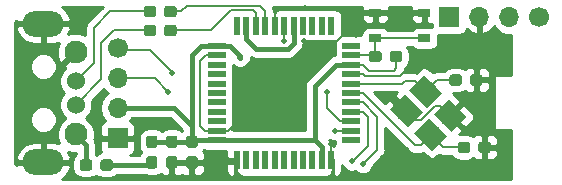
<source format=gbl>
G04 #@! TF.GenerationSoftware,KiCad,Pcbnew,(5.0.1)-3*
G04 #@! TF.CreationDate,2018-12-01T20:49:26+09:00*
G04 #@! TF.ProjectId,comet46,636F6D657434362E6B696361645F7063,rev?*
G04 #@! TF.SameCoordinates,PX2faf080PY2faf080*
G04 #@! TF.FileFunction,Copper,L2,Bot,Signal*
G04 #@! TF.FilePolarity,Positive*
%FSLAX46Y46*%
G04 Gerber Fmt 4.6, Leading zero omitted, Abs format (unit mm)*
G04 Created by KiCad (PCBNEW (5.0.1)-3) date 2018/12/01 20:49:26*
%MOMM*%
%LPD*%
G01*
G04 APERTURE LIST*
G04 #@! TA.AperFunction,ComponentPad*
%ADD10R,1.700000X1.700000*%
G04 #@! TD*
G04 #@! TA.AperFunction,ComponentPad*
%ADD11O,1.700000X1.700000*%
G04 #@! TD*
G04 #@! TA.AperFunction,ComponentPad*
%ADD12C,1.700000*%
G04 #@! TD*
G04 #@! TA.AperFunction,Conductor*
%ADD13C,0.100000*%
G04 #@! TD*
G04 #@! TA.AperFunction,SMDPad,CuDef*
%ADD14C,0.950000*%
G04 #@! TD*
G04 #@! TA.AperFunction,ComponentPad*
%ADD15C,1.530000*%
G04 #@! TD*
G04 #@! TA.AperFunction,ComponentPad*
%ADD16C,1.930000*%
G04 #@! TD*
G04 #@! TA.AperFunction,ComponentPad*
%ADD17O,3.500000X2.200000*%
G04 #@! TD*
G04 #@! TA.AperFunction,SMDPad,CuDef*
%ADD18R,1.050000X0.650000*%
G04 #@! TD*
G04 #@! TA.AperFunction,SMDPad,CuDef*
%ADD19R,0.550000X1.500000*%
G04 #@! TD*
G04 #@! TA.AperFunction,SMDPad,CuDef*
%ADD20R,1.500000X0.550000*%
G04 #@! TD*
G04 #@! TA.AperFunction,SMDPad,CuDef*
%ADD21C,1.800000*%
G04 #@! TD*
G04 #@! TA.AperFunction,ViaPad*
%ADD22C,0.500000*%
G04 #@! TD*
G04 #@! TA.AperFunction,Conductor*
%ADD23C,0.400000*%
G04 #@! TD*
G04 #@! TA.AperFunction,Conductor*
%ADD24C,0.200000*%
G04 #@! TD*
G04 #@! TA.AperFunction,Conductor*
%ADD25C,0.254000*%
G04 #@! TD*
G04 APERTURE END LIST*
D10*
G04 #@! TO.P,J2,1*
G04 #@! TO.N,+3V3*
X37480000Y-1600000D03*
D11*
G04 #@! TO.P,J2,2*
G04 #@! TO.N,GND*
X40020000Y-1600000D03*
G04 #@! TO.P,J2,3*
G04 #@! TO.N,/SWDIO*
X42560000Y-1600000D03*
D12*
G04 #@! TO.P,J2,4*
G04 #@! TO.N,/SWDCLK*
X45100000Y-1600000D03*
G04 #@! TD*
D13*
G04 #@! TO.N,Net-(C1-Pad1)*
G04 #@! TO.C,C1*
G36*
X39035779Y-12126144D02*
X39058834Y-12129563D01*
X39081443Y-12135227D01*
X39103387Y-12143079D01*
X39124457Y-12153044D01*
X39144448Y-12165026D01*
X39163168Y-12178910D01*
X39180438Y-12194562D01*
X39196090Y-12211832D01*
X39209974Y-12230552D01*
X39221956Y-12250543D01*
X39231921Y-12271613D01*
X39239773Y-12293557D01*
X39245437Y-12316166D01*
X39248856Y-12339221D01*
X39250000Y-12362500D01*
X39250000Y-12837500D01*
X39248856Y-12860779D01*
X39245437Y-12883834D01*
X39239773Y-12906443D01*
X39231921Y-12928387D01*
X39221956Y-12949457D01*
X39209974Y-12969448D01*
X39196090Y-12988168D01*
X39180438Y-13005438D01*
X39163168Y-13021090D01*
X39144448Y-13034974D01*
X39124457Y-13046956D01*
X39103387Y-13056921D01*
X39081443Y-13064773D01*
X39058834Y-13070437D01*
X39035779Y-13073856D01*
X39012500Y-13075000D01*
X38437500Y-13075000D01*
X38414221Y-13073856D01*
X38391166Y-13070437D01*
X38368557Y-13064773D01*
X38346613Y-13056921D01*
X38325543Y-13046956D01*
X38305552Y-13034974D01*
X38286832Y-13021090D01*
X38269562Y-13005438D01*
X38253910Y-12988168D01*
X38240026Y-12969448D01*
X38228044Y-12949457D01*
X38218079Y-12928387D01*
X38210227Y-12906443D01*
X38204563Y-12883834D01*
X38201144Y-12860779D01*
X38200000Y-12837500D01*
X38200000Y-12362500D01*
X38201144Y-12339221D01*
X38204563Y-12316166D01*
X38210227Y-12293557D01*
X38218079Y-12271613D01*
X38228044Y-12250543D01*
X38240026Y-12230552D01*
X38253910Y-12211832D01*
X38269562Y-12194562D01*
X38286832Y-12178910D01*
X38305552Y-12165026D01*
X38325543Y-12153044D01*
X38346613Y-12143079D01*
X38368557Y-12135227D01*
X38391166Y-12129563D01*
X38414221Y-12126144D01*
X38437500Y-12125000D01*
X39012500Y-12125000D01*
X39035779Y-12126144D01*
X39035779Y-12126144D01*
G37*
D14*
G04 #@! TD*
G04 #@! TO.P,C1,1*
G04 #@! TO.N,Net-(C1-Pad1)*
X38725000Y-12600000D03*
D13*
G04 #@! TO.N,GND*
G04 #@! TO.C,C1*
G36*
X40785779Y-12126144D02*
X40808834Y-12129563D01*
X40831443Y-12135227D01*
X40853387Y-12143079D01*
X40874457Y-12153044D01*
X40894448Y-12165026D01*
X40913168Y-12178910D01*
X40930438Y-12194562D01*
X40946090Y-12211832D01*
X40959974Y-12230552D01*
X40971956Y-12250543D01*
X40981921Y-12271613D01*
X40989773Y-12293557D01*
X40995437Y-12316166D01*
X40998856Y-12339221D01*
X41000000Y-12362500D01*
X41000000Y-12837500D01*
X40998856Y-12860779D01*
X40995437Y-12883834D01*
X40989773Y-12906443D01*
X40981921Y-12928387D01*
X40971956Y-12949457D01*
X40959974Y-12969448D01*
X40946090Y-12988168D01*
X40930438Y-13005438D01*
X40913168Y-13021090D01*
X40894448Y-13034974D01*
X40874457Y-13046956D01*
X40853387Y-13056921D01*
X40831443Y-13064773D01*
X40808834Y-13070437D01*
X40785779Y-13073856D01*
X40762500Y-13075000D01*
X40187500Y-13075000D01*
X40164221Y-13073856D01*
X40141166Y-13070437D01*
X40118557Y-13064773D01*
X40096613Y-13056921D01*
X40075543Y-13046956D01*
X40055552Y-13034974D01*
X40036832Y-13021090D01*
X40019562Y-13005438D01*
X40003910Y-12988168D01*
X39990026Y-12969448D01*
X39978044Y-12949457D01*
X39968079Y-12928387D01*
X39960227Y-12906443D01*
X39954563Y-12883834D01*
X39951144Y-12860779D01*
X39950000Y-12837500D01*
X39950000Y-12362500D01*
X39951144Y-12339221D01*
X39954563Y-12316166D01*
X39960227Y-12293557D01*
X39968079Y-12271613D01*
X39978044Y-12250543D01*
X39990026Y-12230552D01*
X40003910Y-12211832D01*
X40019562Y-12194562D01*
X40036832Y-12178910D01*
X40055552Y-12165026D01*
X40075543Y-12153044D01*
X40096613Y-12143079D01*
X40118557Y-12135227D01*
X40141166Y-12129563D01*
X40164221Y-12126144D01*
X40187500Y-12125000D01*
X40762500Y-12125000D01*
X40785779Y-12126144D01*
X40785779Y-12126144D01*
G37*
D14*
G04 #@! TD*
G04 #@! TO.P,C1,2*
G04 #@! TO.N,GND*
X40475000Y-12600000D03*
D13*
G04 #@! TO.N,GND*
G04 #@! TO.C,C2*
G36*
X40085779Y-6426144D02*
X40108834Y-6429563D01*
X40131443Y-6435227D01*
X40153387Y-6443079D01*
X40174457Y-6453044D01*
X40194448Y-6465026D01*
X40213168Y-6478910D01*
X40230438Y-6494562D01*
X40246090Y-6511832D01*
X40259974Y-6530552D01*
X40271956Y-6550543D01*
X40281921Y-6571613D01*
X40289773Y-6593557D01*
X40295437Y-6616166D01*
X40298856Y-6639221D01*
X40300000Y-6662500D01*
X40300000Y-7137500D01*
X40298856Y-7160779D01*
X40295437Y-7183834D01*
X40289773Y-7206443D01*
X40281921Y-7228387D01*
X40271956Y-7249457D01*
X40259974Y-7269448D01*
X40246090Y-7288168D01*
X40230438Y-7305438D01*
X40213168Y-7321090D01*
X40194448Y-7334974D01*
X40174457Y-7346956D01*
X40153387Y-7356921D01*
X40131443Y-7364773D01*
X40108834Y-7370437D01*
X40085779Y-7373856D01*
X40062500Y-7375000D01*
X39487500Y-7375000D01*
X39464221Y-7373856D01*
X39441166Y-7370437D01*
X39418557Y-7364773D01*
X39396613Y-7356921D01*
X39375543Y-7346956D01*
X39355552Y-7334974D01*
X39336832Y-7321090D01*
X39319562Y-7305438D01*
X39303910Y-7288168D01*
X39290026Y-7269448D01*
X39278044Y-7249457D01*
X39268079Y-7228387D01*
X39260227Y-7206443D01*
X39254563Y-7183834D01*
X39251144Y-7160779D01*
X39250000Y-7137500D01*
X39250000Y-6662500D01*
X39251144Y-6639221D01*
X39254563Y-6616166D01*
X39260227Y-6593557D01*
X39268079Y-6571613D01*
X39278044Y-6550543D01*
X39290026Y-6530552D01*
X39303910Y-6511832D01*
X39319562Y-6494562D01*
X39336832Y-6478910D01*
X39355552Y-6465026D01*
X39375543Y-6453044D01*
X39396613Y-6443079D01*
X39418557Y-6435227D01*
X39441166Y-6429563D01*
X39464221Y-6426144D01*
X39487500Y-6425000D01*
X40062500Y-6425000D01*
X40085779Y-6426144D01*
X40085779Y-6426144D01*
G37*
D14*
G04 #@! TD*
G04 #@! TO.P,C2,2*
G04 #@! TO.N,GND*
X39775000Y-6900000D03*
D13*
G04 #@! TO.N,Net-(C2-Pad1)*
G04 #@! TO.C,C2*
G36*
X38335779Y-6426144D02*
X38358834Y-6429563D01*
X38381443Y-6435227D01*
X38403387Y-6443079D01*
X38424457Y-6453044D01*
X38444448Y-6465026D01*
X38463168Y-6478910D01*
X38480438Y-6494562D01*
X38496090Y-6511832D01*
X38509974Y-6530552D01*
X38521956Y-6550543D01*
X38531921Y-6571613D01*
X38539773Y-6593557D01*
X38545437Y-6616166D01*
X38548856Y-6639221D01*
X38550000Y-6662500D01*
X38550000Y-7137500D01*
X38548856Y-7160779D01*
X38545437Y-7183834D01*
X38539773Y-7206443D01*
X38531921Y-7228387D01*
X38521956Y-7249457D01*
X38509974Y-7269448D01*
X38496090Y-7288168D01*
X38480438Y-7305438D01*
X38463168Y-7321090D01*
X38444448Y-7334974D01*
X38424457Y-7346956D01*
X38403387Y-7356921D01*
X38381443Y-7364773D01*
X38358834Y-7370437D01*
X38335779Y-7373856D01*
X38312500Y-7375000D01*
X37737500Y-7375000D01*
X37714221Y-7373856D01*
X37691166Y-7370437D01*
X37668557Y-7364773D01*
X37646613Y-7356921D01*
X37625543Y-7346956D01*
X37605552Y-7334974D01*
X37586832Y-7321090D01*
X37569562Y-7305438D01*
X37553910Y-7288168D01*
X37540026Y-7269448D01*
X37528044Y-7249457D01*
X37518079Y-7228387D01*
X37510227Y-7206443D01*
X37504563Y-7183834D01*
X37501144Y-7160779D01*
X37500000Y-7137500D01*
X37500000Y-6662500D01*
X37501144Y-6639221D01*
X37504563Y-6616166D01*
X37510227Y-6593557D01*
X37518079Y-6571613D01*
X37528044Y-6550543D01*
X37540026Y-6530552D01*
X37553910Y-6511832D01*
X37569562Y-6494562D01*
X37586832Y-6478910D01*
X37605552Y-6465026D01*
X37625543Y-6453044D01*
X37646613Y-6443079D01*
X37668557Y-6435227D01*
X37691166Y-6429563D01*
X37714221Y-6426144D01*
X37737500Y-6425000D01*
X38312500Y-6425000D01*
X38335779Y-6426144D01*
X38335779Y-6426144D01*
G37*
D14*
G04 #@! TD*
G04 #@! TO.P,C2,1*
G04 #@! TO.N,Net-(C2-Pad1)*
X38025000Y-6900000D03*
D13*
G04 #@! TO.N,GND*
G04 #@! TO.C,C6*
G36*
X15960779Y-13351144D02*
X15983834Y-13354563D01*
X16006443Y-13360227D01*
X16028387Y-13368079D01*
X16049457Y-13378044D01*
X16069448Y-13390026D01*
X16088168Y-13403910D01*
X16105438Y-13419562D01*
X16121090Y-13436832D01*
X16134974Y-13455552D01*
X16146956Y-13475543D01*
X16156921Y-13496613D01*
X16164773Y-13518557D01*
X16170437Y-13541166D01*
X16173856Y-13564221D01*
X16175000Y-13587500D01*
X16175000Y-14162500D01*
X16173856Y-14185779D01*
X16170437Y-14208834D01*
X16164773Y-14231443D01*
X16156921Y-14253387D01*
X16146956Y-14274457D01*
X16134974Y-14294448D01*
X16121090Y-14313168D01*
X16105438Y-14330438D01*
X16088168Y-14346090D01*
X16069448Y-14359974D01*
X16049457Y-14371956D01*
X16028387Y-14381921D01*
X16006443Y-14389773D01*
X15983834Y-14395437D01*
X15960779Y-14398856D01*
X15937500Y-14400000D01*
X15462500Y-14400000D01*
X15439221Y-14398856D01*
X15416166Y-14395437D01*
X15393557Y-14389773D01*
X15371613Y-14381921D01*
X15350543Y-14371956D01*
X15330552Y-14359974D01*
X15311832Y-14346090D01*
X15294562Y-14330438D01*
X15278910Y-14313168D01*
X15265026Y-14294448D01*
X15253044Y-14274457D01*
X15243079Y-14253387D01*
X15235227Y-14231443D01*
X15229563Y-14208834D01*
X15226144Y-14185779D01*
X15225000Y-14162500D01*
X15225000Y-13587500D01*
X15226144Y-13564221D01*
X15229563Y-13541166D01*
X15235227Y-13518557D01*
X15243079Y-13496613D01*
X15253044Y-13475543D01*
X15265026Y-13455552D01*
X15278910Y-13436832D01*
X15294562Y-13419562D01*
X15311832Y-13403910D01*
X15330552Y-13390026D01*
X15350543Y-13378044D01*
X15371613Y-13368079D01*
X15393557Y-13360227D01*
X15416166Y-13354563D01*
X15439221Y-13351144D01*
X15462500Y-13350000D01*
X15937500Y-13350000D01*
X15960779Y-13351144D01*
X15960779Y-13351144D01*
G37*
D14*
G04 #@! TD*
G04 #@! TO.P,C6,1*
G04 #@! TO.N,GND*
X15700000Y-13875000D03*
D13*
G04 #@! TO.N,VCC*
G04 #@! TO.C,C6*
G36*
X15960779Y-11601144D02*
X15983834Y-11604563D01*
X16006443Y-11610227D01*
X16028387Y-11618079D01*
X16049457Y-11628044D01*
X16069448Y-11640026D01*
X16088168Y-11653910D01*
X16105438Y-11669562D01*
X16121090Y-11686832D01*
X16134974Y-11705552D01*
X16146956Y-11725543D01*
X16156921Y-11746613D01*
X16164773Y-11768557D01*
X16170437Y-11791166D01*
X16173856Y-11814221D01*
X16175000Y-11837500D01*
X16175000Y-12412500D01*
X16173856Y-12435779D01*
X16170437Y-12458834D01*
X16164773Y-12481443D01*
X16156921Y-12503387D01*
X16146956Y-12524457D01*
X16134974Y-12544448D01*
X16121090Y-12563168D01*
X16105438Y-12580438D01*
X16088168Y-12596090D01*
X16069448Y-12609974D01*
X16049457Y-12621956D01*
X16028387Y-12631921D01*
X16006443Y-12639773D01*
X15983834Y-12645437D01*
X15960779Y-12648856D01*
X15937500Y-12650000D01*
X15462500Y-12650000D01*
X15439221Y-12648856D01*
X15416166Y-12645437D01*
X15393557Y-12639773D01*
X15371613Y-12631921D01*
X15350543Y-12621956D01*
X15330552Y-12609974D01*
X15311832Y-12596090D01*
X15294562Y-12580438D01*
X15278910Y-12563168D01*
X15265026Y-12544448D01*
X15253044Y-12524457D01*
X15243079Y-12503387D01*
X15235227Y-12481443D01*
X15229563Y-12458834D01*
X15226144Y-12435779D01*
X15225000Y-12412500D01*
X15225000Y-11837500D01*
X15226144Y-11814221D01*
X15229563Y-11791166D01*
X15235227Y-11768557D01*
X15243079Y-11746613D01*
X15253044Y-11725543D01*
X15265026Y-11705552D01*
X15278910Y-11686832D01*
X15294562Y-11669562D01*
X15311832Y-11653910D01*
X15330552Y-11640026D01*
X15350543Y-11628044D01*
X15371613Y-11618079D01*
X15393557Y-11610227D01*
X15416166Y-11604563D01*
X15439221Y-11601144D01*
X15462500Y-11600000D01*
X15937500Y-11600000D01*
X15960779Y-11601144D01*
X15960779Y-11601144D01*
G37*
D14*
G04 #@! TD*
G04 #@! TO.P,C6,2*
G04 #@! TO.N,VCC*
X15700000Y-12125000D03*
D13*
G04 #@! TO.N,VCC*
G04 #@! TO.C,C7*
G36*
X14260779Y-11601144D02*
X14283834Y-11604563D01*
X14306443Y-11610227D01*
X14328387Y-11618079D01*
X14349457Y-11628044D01*
X14369448Y-11640026D01*
X14388168Y-11653910D01*
X14405438Y-11669562D01*
X14421090Y-11686832D01*
X14434974Y-11705552D01*
X14446956Y-11725543D01*
X14456921Y-11746613D01*
X14464773Y-11768557D01*
X14470437Y-11791166D01*
X14473856Y-11814221D01*
X14475000Y-11837500D01*
X14475000Y-12412500D01*
X14473856Y-12435779D01*
X14470437Y-12458834D01*
X14464773Y-12481443D01*
X14456921Y-12503387D01*
X14446956Y-12524457D01*
X14434974Y-12544448D01*
X14421090Y-12563168D01*
X14405438Y-12580438D01*
X14388168Y-12596090D01*
X14369448Y-12609974D01*
X14349457Y-12621956D01*
X14328387Y-12631921D01*
X14306443Y-12639773D01*
X14283834Y-12645437D01*
X14260779Y-12648856D01*
X14237500Y-12650000D01*
X13762500Y-12650000D01*
X13739221Y-12648856D01*
X13716166Y-12645437D01*
X13693557Y-12639773D01*
X13671613Y-12631921D01*
X13650543Y-12621956D01*
X13630552Y-12609974D01*
X13611832Y-12596090D01*
X13594562Y-12580438D01*
X13578910Y-12563168D01*
X13565026Y-12544448D01*
X13553044Y-12524457D01*
X13543079Y-12503387D01*
X13535227Y-12481443D01*
X13529563Y-12458834D01*
X13526144Y-12435779D01*
X13525000Y-12412500D01*
X13525000Y-11837500D01*
X13526144Y-11814221D01*
X13529563Y-11791166D01*
X13535227Y-11768557D01*
X13543079Y-11746613D01*
X13553044Y-11725543D01*
X13565026Y-11705552D01*
X13578910Y-11686832D01*
X13594562Y-11669562D01*
X13611832Y-11653910D01*
X13630552Y-11640026D01*
X13650543Y-11628044D01*
X13671613Y-11618079D01*
X13693557Y-11610227D01*
X13716166Y-11604563D01*
X13739221Y-11601144D01*
X13762500Y-11600000D01*
X14237500Y-11600000D01*
X14260779Y-11601144D01*
X14260779Y-11601144D01*
G37*
D14*
G04 #@! TD*
G04 #@! TO.P,C7,2*
G04 #@! TO.N,VCC*
X14000000Y-12125000D03*
D13*
G04 #@! TO.N,GND*
G04 #@! TO.C,C7*
G36*
X14260779Y-13351144D02*
X14283834Y-13354563D01*
X14306443Y-13360227D01*
X14328387Y-13368079D01*
X14349457Y-13378044D01*
X14369448Y-13390026D01*
X14388168Y-13403910D01*
X14405438Y-13419562D01*
X14421090Y-13436832D01*
X14434974Y-13455552D01*
X14446956Y-13475543D01*
X14456921Y-13496613D01*
X14464773Y-13518557D01*
X14470437Y-13541166D01*
X14473856Y-13564221D01*
X14475000Y-13587500D01*
X14475000Y-14162500D01*
X14473856Y-14185779D01*
X14470437Y-14208834D01*
X14464773Y-14231443D01*
X14456921Y-14253387D01*
X14446956Y-14274457D01*
X14434974Y-14294448D01*
X14421090Y-14313168D01*
X14405438Y-14330438D01*
X14388168Y-14346090D01*
X14369448Y-14359974D01*
X14349457Y-14371956D01*
X14328387Y-14381921D01*
X14306443Y-14389773D01*
X14283834Y-14395437D01*
X14260779Y-14398856D01*
X14237500Y-14400000D01*
X13762500Y-14400000D01*
X13739221Y-14398856D01*
X13716166Y-14395437D01*
X13693557Y-14389773D01*
X13671613Y-14381921D01*
X13650543Y-14371956D01*
X13630552Y-14359974D01*
X13611832Y-14346090D01*
X13594562Y-14330438D01*
X13578910Y-14313168D01*
X13565026Y-14294448D01*
X13553044Y-14274457D01*
X13543079Y-14253387D01*
X13535227Y-14231443D01*
X13529563Y-14208834D01*
X13526144Y-14185779D01*
X13525000Y-14162500D01*
X13525000Y-13587500D01*
X13526144Y-13564221D01*
X13529563Y-13541166D01*
X13535227Y-13518557D01*
X13543079Y-13496613D01*
X13553044Y-13475543D01*
X13565026Y-13455552D01*
X13578910Y-13436832D01*
X13594562Y-13419562D01*
X13611832Y-13403910D01*
X13630552Y-13390026D01*
X13650543Y-13378044D01*
X13671613Y-13368079D01*
X13693557Y-13360227D01*
X13716166Y-13354563D01*
X13739221Y-13351144D01*
X13762500Y-13350000D01*
X14237500Y-13350000D01*
X14260779Y-13351144D01*
X14260779Y-13351144D01*
G37*
D14*
G04 #@! TD*
G04 #@! TO.P,C7,1*
G04 #@! TO.N,GND*
X14000000Y-13875000D03*
D13*
G04 #@! TO.N,Net-(D1-Pad2)*
G04 #@! TO.C,D1*
G36*
X12560779Y-13351144D02*
X12583834Y-13354563D01*
X12606443Y-13360227D01*
X12628387Y-13368079D01*
X12649457Y-13378044D01*
X12669448Y-13390026D01*
X12688168Y-13403910D01*
X12705438Y-13419562D01*
X12721090Y-13436832D01*
X12734974Y-13455552D01*
X12746956Y-13475543D01*
X12756921Y-13496613D01*
X12764773Y-13518557D01*
X12770437Y-13541166D01*
X12773856Y-13564221D01*
X12775000Y-13587500D01*
X12775000Y-14162500D01*
X12773856Y-14185779D01*
X12770437Y-14208834D01*
X12764773Y-14231443D01*
X12756921Y-14253387D01*
X12746956Y-14274457D01*
X12734974Y-14294448D01*
X12721090Y-14313168D01*
X12705438Y-14330438D01*
X12688168Y-14346090D01*
X12669448Y-14359974D01*
X12649457Y-14371956D01*
X12628387Y-14381921D01*
X12606443Y-14389773D01*
X12583834Y-14395437D01*
X12560779Y-14398856D01*
X12537500Y-14400000D01*
X12062500Y-14400000D01*
X12039221Y-14398856D01*
X12016166Y-14395437D01*
X11993557Y-14389773D01*
X11971613Y-14381921D01*
X11950543Y-14371956D01*
X11930552Y-14359974D01*
X11911832Y-14346090D01*
X11894562Y-14330438D01*
X11878910Y-14313168D01*
X11865026Y-14294448D01*
X11853044Y-14274457D01*
X11843079Y-14253387D01*
X11835227Y-14231443D01*
X11829563Y-14208834D01*
X11826144Y-14185779D01*
X11825000Y-14162500D01*
X11825000Y-13587500D01*
X11826144Y-13564221D01*
X11829563Y-13541166D01*
X11835227Y-13518557D01*
X11843079Y-13496613D01*
X11853044Y-13475543D01*
X11865026Y-13455552D01*
X11878910Y-13436832D01*
X11894562Y-13419562D01*
X11911832Y-13403910D01*
X11930552Y-13390026D01*
X11950543Y-13378044D01*
X11971613Y-13368079D01*
X11993557Y-13360227D01*
X12016166Y-13354563D01*
X12039221Y-13351144D01*
X12062500Y-13350000D01*
X12537500Y-13350000D01*
X12560779Y-13351144D01*
X12560779Y-13351144D01*
G37*
D14*
G04 #@! TD*
G04 #@! TO.P,D1,2*
G04 #@! TO.N,Net-(D1-Pad2)*
X12300000Y-13875000D03*
D13*
G04 #@! TO.N,VCC*
G04 #@! TO.C,D1*
G36*
X12560779Y-11601144D02*
X12583834Y-11604563D01*
X12606443Y-11610227D01*
X12628387Y-11618079D01*
X12649457Y-11628044D01*
X12669448Y-11640026D01*
X12688168Y-11653910D01*
X12705438Y-11669562D01*
X12721090Y-11686832D01*
X12734974Y-11705552D01*
X12746956Y-11725543D01*
X12756921Y-11746613D01*
X12764773Y-11768557D01*
X12770437Y-11791166D01*
X12773856Y-11814221D01*
X12775000Y-11837500D01*
X12775000Y-12412500D01*
X12773856Y-12435779D01*
X12770437Y-12458834D01*
X12764773Y-12481443D01*
X12756921Y-12503387D01*
X12746956Y-12524457D01*
X12734974Y-12544448D01*
X12721090Y-12563168D01*
X12705438Y-12580438D01*
X12688168Y-12596090D01*
X12669448Y-12609974D01*
X12649457Y-12621956D01*
X12628387Y-12631921D01*
X12606443Y-12639773D01*
X12583834Y-12645437D01*
X12560779Y-12648856D01*
X12537500Y-12650000D01*
X12062500Y-12650000D01*
X12039221Y-12648856D01*
X12016166Y-12645437D01*
X11993557Y-12639773D01*
X11971613Y-12631921D01*
X11950543Y-12621956D01*
X11930552Y-12609974D01*
X11911832Y-12596090D01*
X11894562Y-12580438D01*
X11878910Y-12563168D01*
X11865026Y-12544448D01*
X11853044Y-12524457D01*
X11843079Y-12503387D01*
X11835227Y-12481443D01*
X11829563Y-12458834D01*
X11826144Y-12435779D01*
X11825000Y-12412500D01*
X11825000Y-11837500D01*
X11826144Y-11814221D01*
X11829563Y-11791166D01*
X11835227Y-11768557D01*
X11843079Y-11746613D01*
X11853044Y-11725543D01*
X11865026Y-11705552D01*
X11878910Y-11686832D01*
X11894562Y-11669562D01*
X11911832Y-11653910D01*
X11930552Y-11640026D01*
X11950543Y-11628044D01*
X11971613Y-11618079D01*
X11993557Y-11610227D01*
X12016166Y-11604563D01*
X12039221Y-11601144D01*
X12062500Y-11600000D01*
X12537500Y-11600000D01*
X12560779Y-11601144D01*
X12560779Y-11601144D01*
G37*
D14*
G04 #@! TD*
G04 #@! TO.P,D1,1*
G04 #@! TO.N,VCC*
X12300000Y-12125000D03*
D13*
G04 #@! TO.N,/UVCC*
G04 #@! TO.C,F1*
G36*
X7035779Y-13626144D02*
X7058834Y-13629563D01*
X7081443Y-13635227D01*
X7103387Y-13643079D01*
X7124457Y-13653044D01*
X7144448Y-13665026D01*
X7163168Y-13678910D01*
X7180438Y-13694562D01*
X7196090Y-13711832D01*
X7209974Y-13730552D01*
X7221956Y-13750543D01*
X7231921Y-13771613D01*
X7239773Y-13793557D01*
X7245437Y-13816166D01*
X7248856Y-13839221D01*
X7250000Y-13862500D01*
X7250000Y-14337500D01*
X7248856Y-14360779D01*
X7245437Y-14383834D01*
X7239773Y-14406443D01*
X7231921Y-14428387D01*
X7221956Y-14449457D01*
X7209974Y-14469448D01*
X7196090Y-14488168D01*
X7180438Y-14505438D01*
X7163168Y-14521090D01*
X7144448Y-14534974D01*
X7124457Y-14546956D01*
X7103387Y-14556921D01*
X7081443Y-14564773D01*
X7058834Y-14570437D01*
X7035779Y-14573856D01*
X7012500Y-14575000D01*
X6437500Y-14575000D01*
X6414221Y-14573856D01*
X6391166Y-14570437D01*
X6368557Y-14564773D01*
X6346613Y-14556921D01*
X6325543Y-14546956D01*
X6305552Y-14534974D01*
X6286832Y-14521090D01*
X6269562Y-14505438D01*
X6253910Y-14488168D01*
X6240026Y-14469448D01*
X6228044Y-14449457D01*
X6218079Y-14428387D01*
X6210227Y-14406443D01*
X6204563Y-14383834D01*
X6201144Y-14360779D01*
X6200000Y-14337500D01*
X6200000Y-13862500D01*
X6201144Y-13839221D01*
X6204563Y-13816166D01*
X6210227Y-13793557D01*
X6218079Y-13771613D01*
X6228044Y-13750543D01*
X6240026Y-13730552D01*
X6253910Y-13711832D01*
X6269562Y-13694562D01*
X6286832Y-13678910D01*
X6305552Y-13665026D01*
X6325543Y-13653044D01*
X6346613Y-13643079D01*
X6368557Y-13635227D01*
X6391166Y-13629563D01*
X6414221Y-13626144D01*
X6437500Y-13625000D01*
X7012500Y-13625000D01*
X7035779Y-13626144D01*
X7035779Y-13626144D01*
G37*
D14*
G04 #@! TD*
G04 #@! TO.P,F1,2*
G04 #@! TO.N,/UVCC*
X6725000Y-14100000D03*
D13*
G04 #@! TO.N,Net-(D1-Pad2)*
G04 #@! TO.C,F1*
G36*
X8785779Y-13626144D02*
X8808834Y-13629563D01*
X8831443Y-13635227D01*
X8853387Y-13643079D01*
X8874457Y-13653044D01*
X8894448Y-13665026D01*
X8913168Y-13678910D01*
X8930438Y-13694562D01*
X8946090Y-13711832D01*
X8959974Y-13730552D01*
X8971956Y-13750543D01*
X8981921Y-13771613D01*
X8989773Y-13793557D01*
X8995437Y-13816166D01*
X8998856Y-13839221D01*
X9000000Y-13862500D01*
X9000000Y-14337500D01*
X8998856Y-14360779D01*
X8995437Y-14383834D01*
X8989773Y-14406443D01*
X8981921Y-14428387D01*
X8971956Y-14449457D01*
X8959974Y-14469448D01*
X8946090Y-14488168D01*
X8930438Y-14505438D01*
X8913168Y-14521090D01*
X8894448Y-14534974D01*
X8874457Y-14546956D01*
X8853387Y-14556921D01*
X8831443Y-14564773D01*
X8808834Y-14570437D01*
X8785779Y-14573856D01*
X8762500Y-14575000D01*
X8187500Y-14575000D01*
X8164221Y-14573856D01*
X8141166Y-14570437D01*
X8118557Y-14564773D01*
X8096613Y-14556921D01*
X8075543Y-14546956D01*
X8055552Y-14534974D01*
X8036832Y-14521090D01*
X8019562Y-14505438D01*
X8003910Y-14488168D01*
X7990026Y-14469448D01*
X7978044Y-14449457D01*
X7968079Y-14428387D01*
X7960227Y-14406443D01*
X7954563Y-14383834D01*
X7951144Y-14360779D01*
X7950000Y-14337500D01*
X7950000Y-13862500D01*
X7951144Y-13839221D01*
X7954563Y-13816166D01*
X7960227Y-13793557D01*
X7968079Y-13771613D01*
X7978044Y-13750543D01*
X7990026Y-13730552D01*
X8003910Y-13711832D01*
X8019562Y-13694562D01*
X8036832Y-13678910D01*
X8055552Y-13665026D01*
X8075543Y-13653044D01*
X8096613Y-13643079D01*
X8118557Y-13635227D01*
X8141166Y-13629563D01*
X8164221Y-13626144D01*
X8187500Y-13625000D01*
X8762500Y-13625000D01*
X8785779Y-13626144D01*
X8785779Y-13626144D01*
G37*
D14*
G04 #@! TD*
G04 #@! TO.P,F1,1*
G04 #@! TO.N,Net-(D1-Pad2)*
X8475000Y-14100000D03*
D10*
G04 #@! TO.P,J3,1*
G04 #@! TO.N,GND*
X9400000Y-11820000D03*
D11*
G04 #@! TO.P,J3,2*
G04 #@! TO.N,VCC*
X9400000Y-9280000D03*
G04 #@! TO.P,J3,3*
G04 #@! TO.N,/SCL*
X9400000Y-6740000D03*
D12*
G04 #@! TO.P,J3,4*
G04 #@! TO.N,/SDA*
X9400000Y-4200000D03*
G04 #@! TD*
D15*
G04 #@! TO.P,J1,2*
G04 #@! TO.N,Net-(J1-Pad2)*
X5850000Y-9000000D03*
G04 #@! TO.P,J1,3*
G04 #@! TO.N,Net-(J1-Pad3)*
X5850000Y-7000000D03*
D16*
G04 #@! TO.P,J1,1*
G04 #@! TO.N,/UVCC*
X5850000Y-11500000D03*
G04 #@! TO.P,J1,4*
G04 #@! TO.N,GND*
X5850000Y-4500000D03*
D17*
G04 #@! TO.P,J1,5*
X3100000Y-13850000D03*
X3100000Y-2150000D03*
G04 #@! TD*
D13*
G04 #@! TO.N,/D+*
G04 #@! TO.C,R4*
G36*
X14185779Y-626144D02*
X14208834Y-629563D01*
X14231443Y-635227D01*
X14253387Y-643079D01*
X14274457Y-653044D01*
X14294448Y-665026D01*
X14313168Y-678910D01*
X14330438Y-694562D01*
X14346090Y-711832D01*
X14359974Y-730552D01*
X14371956Y-750543D01*
X14381921Y-771613D01*
X14389773Y-793557D01*
X14395437Y-816166D01*
X14398856Y-839221D01*
X14400000Y-862500D01*
X14400000Y-1337500D01*
X14398856Y-1360779D01*
X14395437Y-1383834D01*
X14389773Y-1406443D01*
X14381921Y-1428387D01*
X14371956Y-1449457D01*
X14359974Y-1469448D01*
X14346090Y-1488168D01*
X14330438Y-1505438D01*
X14313168Y-1521090D01*
X14294448Y-1534974D01*
X14274457Y-1546956D01*
X14253387Y-1556921D01*
X14231443Y-1564773D01*
X14208834Y-1570437D01*
X14185779Y-1573856D01*
X14162500Y-1575000D01*
X13587500Y-1575000D01*
X13564221Y-1573856D01*
X13541166Y-1570437D01*
X13518557Y-1564773D01*
X13496613Y-1556921D01*
X13475543Y-1546956D01*
X13455552Y-1534974D01*
X13436832Y-1521090D01*
X13419562Y-1505438D01*
X13403910Y-1488168D01*
X13390026Y-1469448D01*
X13378044Y-1449457D01*
X13368079Y-1428387D01*
X13360227Y-1406443D01*
X13354563Y-1383834D01*
X13351144Y-1360779D01*
X13350000Y-1337500D01*
X13350000Y-862500D01*
X13351144Y-839221D01*
X13354563Y-816166D01*
X13360227Y-793557D01*
X13368079Y-771613D01*
X13378044Y-750543D01*
X13390026Y-730552D01*
X13403910Y-711832D01*
X13419562Y-694562D01*
X13436832Y-678910D01*
X13455552Y-665026D01*
X13475543Y-653044D01*
X13496613Y-643079D01*
X13518557Y-635227D01*
X13541166Y-629563D01*
X13564221Y-626144D01*
X13587500Y-625000D01*
X14162500Y-625000D01*
X14185779Y-626144D01*
X14185779Y-626144D01*
G37*
D14*
G04 #@! TD*
G04 #@! TO.P,R4,1*
G04 #@! TO.N,/D+*
X13875000Y-1100000D03*
D13*
G04 #@! TO.N,Net-(J1-Pad3)*
G04 #@! TO.C,R4*
G36*
X12435779Y-626144D02*
X12458834Y-629563D01*
X12481443Y-635227D01*
X12503387Y-643079D01*
X12524457Y-653044D01*
X12544448Y-665026D01*
X12563168Y-678910D01*
X12580438Y-694562D01*
X12596090Y-711832D01*
X12609974Y-730552D01*
X12621956Y-750543D01*
X12631921Y-771613D01*
X12639773Y-793557D01*
X12645437Y-816166D01*
X12648856Y-839221D01*
X12650000Y-862500D01*
X12650000Y-1337500D01*
X12648856Y-1360779D01*
X12645437Y-1383834D01*
X12639773Y-1406443D01*
X12631921Y-1428387D01*
X12621956Y-1449457D01*
X12609974Y-1469448D01*
X12596090Y-1488168D01*
X12580438Y-1505438D01*
X12563168Y-1521090D01*
X12544448Y-1534974D01*
X12524457Y-1546956D01*
X12503387Y-1556921D01*
X12481443Y-1564773D01*
X12458834Y-1570437D01*
X12435779Y-1573856D01*
X12412500Y-1575000D01*
X11837500Y-1575000D01*
X11814221Y-1573856D01*
X11791166Y-1570437D01*
X11768557Y-1564773D01*
X11746613Y-1556921D01*
X11725543Y-1546956D01*
X11705552Y-1534974D01*
X11686832Y-1521090D01*
X11669562Y-1505438D01*
X11653910Y-1488168D01*
X11640026Y-1469448D01*
X11628044Y-1449457D01*
X11618079Y-1428387D01*
X11610227Y-1406443D01*
X11604563Y-1383834D01*
X11601144Y-1360779D01*
X11600000Y-1337500D01*
X11600000Y-862500D01*
X11601144Y-839221D01*
X11604563Y-816166D01*
X11610227Y-793557D01*
X11618079Y-771613D01*
X11628044Y-750543D01*
X11640026Y-730552D01*
X11653910Y-711832D01*
X11669562Y-694562D01*
X11686832Y-678910D01*
X11705552Y-665026D01*
X11725543Y-653044D01*
X11746613Y-643079D01*
X11768557Y-635227D01*
X11791166Y-629563D01*
X11814221Y-626144D01*
X11837500Y-625000D01*
X12412500Y-625000D01*
X12435779Y-626144D01*
X12435779Y-626144D01*
G37*
D14*
G04 #@! TD*
G04 #@! TO.P,R4,2*
G04 #@! TO.N,Net-(J1-Pad3)*
X12125000Y-1100000D03*
D13*
G04 #@! TO.N,/D-*
G04 #@! TO.C,R5*
G36*
X14185779Y-2226144D02*
X14208834Y-2229563D01*
X14231443Y-2235227D01*
X14253387Y-2243079D01*
X14274457Y-2253044D01*
X14294448Y-2265026D01*
X14313168Y-2278910D01*
X14330438Y-2294562D01*
X14346090Y-2311832D01*
X14359974Y-2330552D01*
X14371956Y-2350543D01*
X14381921Y-2371613D01*
X14389773Y-2393557D01*
X14395437Y-2416166D01*
X14398856Y-2439221D01*
X14400000Y-2462500D01*
X14400000Y-2937500D01*
X14398856Y-2960779D01*
X14395437Y-2983834D01*
X14389773Y-3006443D01*
X14381921Y-3028387D01*
X14371956Y-3049457D01*
X14359974Y-3069448D01*
X14346090Y-3088168D01*
X14330438Y-3105438D01*
X14313168Y-3121090D01*
X14294448Y-3134974D01*
X14274457Y-3146956D01*
X14253387Y-3156921D01*
X14231443Y-3164773D01*
X14208834Y-3170437D01*
X14185779Y-3173856D01*
X14162500Y-3175000D01*
X13587500Y-3175000D01*
X13564221Y-3173856D01*
X13541166Y-3170437D01*
X13518557Y-3164773D01*
X13496613Y-3156921D01*
X13475543Y-3146956D01*
X13455552Y-3134974D01*
X13436832Y-3121090D01*
X13419562Y-3105438D01*
X13403910Y-3088168D01*
X13390026Y-3069448D01*
X13378044Y-3049457D01*
X13368079Y-3028387D01*
X13360227Y-3006443D01*
X13354563Y-2983834D01*
X13351144Y-2960779D01*
X13350000Y-2937500D01*
X13350000Y-2462500D01*
X13351144Y-2439221D01*
X13354563Y-2416166D01*
X13360227Y-2393557D01*
X13368079Y-2371613D01*
X13378044Y-2350543D01*
X13390026Y-2330552D01*
X13403910Y-2311832D01*
X13419562Y-2294562D01*
X13436832Y-2278910D01*
X13455552Y-2265026D01*
X13475543Y-2253044D01*
X13496613Y-2243079D01*
X13518557Y-2235227D01*
X13541166Y-2229563D01*
X13564221Y-2226144D01*
X13587500Y-2225000D01*
X14162500Y-2225000D01*
X14185779Y-2226144D01*
X14185779Y-2226144D01*
G37*
D14*
G04 #@! TD*
G04 #@! TO.P,R5,2*
G04 #@! TO.N,/D-*
X13875000Y-2700000D03*
D13*
G04 #@! TO.N,Net-(J1-Pad2)*
G04 #@! TO.C,R5*
G36*
X12435779Y-2226144D02*
X12458834Y-2229563D01*
X12481443Y-2235227D01*
X12503387Y-2243079D01*
X12524457Y-2253044D01*
X12544448Y-2265026D01*
X12563168Y-2278910D01*
X12580438Y-2294562D01*
X12596090Y-2311832D01*
X12609974Y-2330552D01*
X12621956Y-2350543D01*
X12631921Y-2371613D01*
X12639773Y-2393557D01*
X12645437Y-2416166D01*
X12648856Y-2439221D01*
X12650000Y-2462500D01*
X12650000Y-2937500D01*
X12648856Y-2960779D01*
X12645437Y-2983834D01*
X12639773Y-3006443D01*
X12631921Y-3028387D01*
X12621956Y-3049457D01*
X12609974Y-3069448D01*
X12596090Y-3088168D01*
X12580438Y-3105438D01*
X12563168Y-3121090D01*
X12544448Y-3134974D01*
X12524457Y-3146956D01*
X12503387Y-3156921D01*
X12481443Y-3164773D01*
X12458834Y-3170437D01*
X12435779Y-3173856D01*
X12412500Y-3175000D01*
X11837500Y-3175000D01*
X11814221Y-3173856D01*
X11791166Y-3170437D01*
X11768557Y-3164773D01*
X11746613Y-3156921D01*
X11725543Y-3146956D01*
X11705552Y-3134974D01*
X11686832Y-3121090D01*
X11669562Y-3105438D01*
X11653910Y-3088168D01*
X11640026Y-3069448D01*
X11628044Y-3049457D01*
X11618079Y-3028387D01*
X11610227Y-3006443D01*
X11604563Y-2983834D01*
X11601144Y-2960779D01*
X11600000Y-2937500D01*
X11600000Y-2462500D01*
X11601144Y-2439221D01*
X11604563Y-2416166D01*
X11610227Y-2393557D01*
X11618079Y-2371613D01*
X11628044Y-2350543D01*
X11640026Y-2330552D01*
X11653910Y-2311832D01*
X11669562Y-2294562D01*
X11686832Y-2278910D01*
X11705552Y-2265026D01*
X11725543Y-2253044D01*
X11746613Y-2243079D01*
X11768557Y-2235227D01*
X11791166Y-2229563D01*
X11814221Y-2226144D01*
X11837500Y-2225000D01*
X12412500Y-2225000D01*
X12435779Y-2226144D01*
X12435779Y-2226144D01*
G37*
D14*
G04 #@! TD*
G04 #@! TO.P,R5,1*
G04 #@! TO.N,Net-(J1-Pad2)*
X12125000Y-2700000D03*
D13*
G04 #@! TO.N,VCC*
G04 #@! TO.C,R1*
G36*
X33285779Y-4426144D02*
X33308834Y-4429563D01*
X33331443Y-4435227D01*
X33353387Y-4443079D01*
X33374457Y-4453044D01*
X33394448Y-4465026D01*
X33413168Y-4478910D01*
X33430438Y-4494562D01*
X33446090Y-4511832D01*
X33459974Y-4530552D01*
X33471956Y-4550543D01*
X33481921Y-4571613D01*
X33489773Y-4593557D01*
X33495437Y-4616166D01*
X33498856Y-4639221D01*
X33500000Y-4662500D01*
X33500000Y-5137500D01*
X33498856Y-5160779D01*
X33495437Y-5183834D01*
X33489773Y-5206443D01*
X33481921Y-5228387D01*
X33471956Y-5249457D01*
X33459974Y-5269448D01*
X33446090Y-5288168D01*
X33430438Y-5305438D01*
X33413168Y-5321090D01*
X33394448Y-5334974D01*
X33374457Y-5346956D01*
X33353387Y-5356921D01*
X33331443Y-5364773D01*
X33308834Y-5370437D01*
X33285779Y-5373856D01*
X33262500Y-5375000D01*
X32687500Y-5375000D01*
X32664221Y-5373856D01*
X32641166Y-5370437D01*
X32618557Y-5364773D01*
X32596613Y-5356921D01*
X32575543Y-5346956D01*
X32555552Y-5334974D01*
X32536832Y-5321090D01*
X32519562Y-5305438D01*
X32503910Y-5288168D01*
X32490026Y-5269448D01*
X32478044Y-5249457D01*
X32468079Y-5228387D01*
X32460227Y-5206443D01*
X32454563Y-5183834D01*
X32451144Y-5160779D01*
X32450000Y-5137500D01*
X32450000Y-4662500D01*
X32451144Y-4639221D01*
X32454563Y-4616166D01*
X32460227Y-4593557D01*
X32468079Y-4571613D01*
X32478044Y-4550543D01*
X32490026Y-4530552D01*
X32503910Y-4511832D01*
X32519562Y-4494562D01*
X32536832Y-4478910D01*
X32555552Y-4465026D01*
X32575543Y-4453044D01*
X32596613Y-4443079D01*
X32618557Y-4435227D01*
X32641166Y-4429563D01*
X32664221Y-4426144D01*
X32687500Y-4425000D01*
X33262500Y-4425000D01*
X33285779Y-4426144D01*
X33285779Y-4426144D01*
G37*
D14*
G04 #@! TD*
G04 #@! TO.P,R1,1*
G04 #@! TO.N,VCC*
X32975000Y-4900000D03*
D13*
G04 #@! TO.N,Net-(R1-Pad2)*
G04 #@! TO.C,R1*
G36*
X31535779Y-4426144D02*
X31558834Y-4429563D01*
X31581443Y-4435227D01*
X31603387Y-4443079D01*
X31624457Y-4453044D01*
X31644448Y-4465026D01*
X31663168Y-4478910D01*
X31680438Y-4494562D01*
X31696090Y-4511832D01*
X31709974Y-4530552D01*
X31721956Y-4550543D01*
X31731921Y-4571613D01*
X31739773Y-4593557D01*
X31745437Y-4616166D01*
X31748856Y-4639221D01*
X31750000Y-4662500D01*
X31750000Y-5137500D01*
X31748856Y-5160779D01*
X31745437Y-5183834D01*
X31739773Y-5206443D01*
X31731921Y-5228387D01*
X31721956Y-5249457D01*
X31709974Y-5269448D01*
X31696090Y-5288168D01*
X31680438Y-5305438D01*
X31663168Y-5321090D01*
X31644448Y-5334974D01*
X31624457Y-5346956D01*
X31603387Y-5356921D01*
X31581443Y-5364773D01*
X31558834Y-5370437D01*
X31535779Y-5373856D01*
X31512500Y-5375000D01*
X30937500Y-5375000D01*
X30914221Y-5373856D01*
X30891166Y-5370437D01*
X30868557Y-5364773D01*
X30846613Y-5356921D01*
X30825543Y-5346956D01*
X30805552Y-5334974D01*
X30786832Y-5321090D01*
X30769562Y-5305438D01*
X30753910Y-5288168D01*
X30740026Y-5269448D01*
X30728044Y-5249457D01*
X30718079Y-5228387D01*
X30710227Y-5206443D01*
X30704563Y-5183834D01*
X30701144Y-5160779D01*
X30700000Y-5137500D01*
X30700000Y-4662500D01*
X30701144Y-4639221D01*
X30704563Y-4616166D01*
X30710227Y-4593557D01*
X30718079Y-4571613D01*
X30728044Y-4550543D01*
X30740026Y-4530552D01*
X30753910Y-4511832D01*
X30769562Y-4494562D01*
X30786832Y-4478910D01*
X30805552Y-4465026D01*
X30825543Y-4453044D01*
X30846613Y-4443079D01*
X30868557Y-4435227D01*
X30891166Y-4429563D01*
X30914221Y-4426144D01*
X30937500Y-4425000D01*
X31512500Y-4425000D01*
X31535779Y-4426144D01*
X31535779Y-4426144D01*
G37*
D14*
G04 #@! TD*
G04 #@! TO.P,R1,2*
G04 #@! TO.N,Net-(R1-Pad2)*
X31225000Y-4900000D03*
D18*
G04 #@! TO.P,SW1,1*
G04 #@! TO.N,GND*
X35375000Y-1225000D03*
X31225000Y-1225000D03*
G04 #@! TO.P,SW1,2*
G04 #@! TO.N,Net-(R1-Pad2)*
X35375000Y-3375000D03*
X31225000Y-3375000D03*
G04 #@! TD*
D19*
G04 #@! TO.P,U2,1*
G04 #@! TO.N,Net-(U2-Pad1)*
X19500000Y-2300000D03*
G04 #@! TO.P,U2,2*
G04 #@! TO.N,/UVCC*
X20300000Y-2300000D03*
G04 #@! TO.P,U2,3*
G04 #@! TO.N,/D-*
X21100000Y-2300000D03*
G04 #@! TO.P,U2,4*
G04 #@! TO.N,/D+*
X21900000Y-2300000D03*
G04 #@! TO.P,U2,5*
G04 #@! TO.N,GND*
X22700000Y-2300000D03*
G04 #@! TO.P,U2,6*
G04 #@! TO.N,Net-(C3-Pad1)*
X23500000Y-2300000D03*
G04 #@! TO.P,U2,7*
G04 #@! TO.N,/UVCC*
X24300000Y-2300000D03*
G04 #@! TO.P,U2,8*
G04 #@! TO.N,Net-(U2-Pad8)*
X25100000Y-2300000D03*
G04 #@! TO.P,U2,9*
G04 #@! TO.N,Net-(U2-Pad9)*
X25900000Y-2300000D03*
G04 #@! TO.P,U2,10*
G04 #@! TO.N,Net-(U2-Pad10)*
X26700000Y-2300000D03*
G04 #@! TO.P,U2,11*
G04 #@! TO.N,Net-(U2-Pad11)*
X27500000Y-2300000D03*
D20*
G04 #@! TO.P,U2,12*
G04 #@! TO.N,Net-(U2-Pad12)*
X29200000Y-4000000D03*
G04 #@! TO.P,U2,13*
G04 #@! TO.N,Net-(R1-Pad2)*
X29200000Y-4800000D03*
G04 #@! TO.P,U2,14*
G04 #@! TO.N,VCC*
X29200000Y-5600000D03*
G04 #@! TO.P,U2,15*
G04 #@! TO.N,GND*
X29200000Y-6400000D03*
G04 #@! TO.P,U2,16*
G04 #@! TO.N,Net-(C2-Pad1)*
X29200000Y-7200000D03*
G04 #@! TO.P,U2,17*
G04 #@! TO.N,Net-(C1-Pad1)*
X29200000Y-8000000D03*
G04 #@! TO.P,U2,18*
G04 #@! TO.N,/SCL*
X29200000Y-8800000D03*
G04 #@! TO.P,U2,19*
G04 #@! TO.N,/SDA*
X29200000Y-9600000D03*
G04 #@! TO.P,U2,20*
G04 #@! TO.N,/RXI*
X29200000Y-10400000D03*
G04 #@! TO.P,U2,21*
G04 #@! TO.N,/TXO*
X29200000Y-11200000D03*
G04 #@! TO.P,U2,22*
G04 #@! TO.N,Net-(U2-Pad22)*
X29200000Y-12000000D03*
D19*
G04 #@! TO.P,U2,23*
G04 #@! TO.N,GND*
X27500000Y-13700000D03*
G04 #@! TO.P,U2,24*
G04 #@! TO.N,VCC*
X26700000Y-13700000D03*
G04 #@! TO.P,U2,25*
G04 #@! TO.N,Net-(U2-Pad25)*
X25900000Y-13700000D03*
G04 #@! TO.P,U2,26*
G04 #@! TO.N,Net-(U2-Pad26)*
X25100000Y-13700000D03*
G04 #@! TO.P,U2,27*
G04 #@! TO.N,Net-(U2-Pad27)*
X24300000Y-13700000D03*
G04 #@! TO.P,U2,28*
G04 #@! TO.N,Net-(U2-Pad28)*
X23500000Y-13700000D03*
G04 #@! TO.P,U2,29*
G04 #@! TO.N,Net-(U2-Pad29)*
X22700000Y-13700000D03*
G04 #@! TO.P,U2,30*
G04 #@! TO.N,Net-(U2-Pad30)*
X21900000Y-13700000D03*
G04 #@! TO.P,U2,31*
G04 #@! TO.N,Net-(U2-Pad31)*
X21100000Y-13700000D03*
G04 #@! TO.P,U2,32*
G04 #@! TO.N,Net-(U2-Pad32)*
X20300000Y-13700000D03*
G04 #@! TO.P,U2,33*
G04 #@! TO.N,GND*
X19500000Y-13700000D03*
D20*
G04 #@! TO.P,U2,34*
G04 #@! TO.N,VCC*
X17800000Y-12000000D03*
G04 #@! TO.P,U2,35*
G04 #@! TO.N,GND*
X17800000Y-11200000D03*
G04 #@! TO.P,U2,36*
G04 #@! TO.N,Net-(U2-Pad36)*
X17800000Y-10400000D03*
G04 #@! TO.P,U2,37*
G04 #@! TO.N,Net-(U2-Pad37)*
X17800000Y-9600000D03*
G04 #@! TO.P,U2,38*
G04 #@! TO.N,Net-(U2-Pad38)*
X17800000Y-8800000D03*
G04 #@! TO.P,U2,39*
G04 #@! TO.N,Net-(U2-Pad39)*
X17800000Y-8000000D03*
G04 #@! TO.P,U2,40*
G04 #@! TO.N,Net-(U2-Pad40)*
X17800000Y-7200000D03*
G04 #@! TO.P,U2,41*
G04 #@! TO.N,Net-(U2-Pad41)*
X17800000Y-6400000D03*
G04 #@! TO.P,U2,42*
G04 #@! TO.N,Net-(U2-Pad42)*
X17800000Y-5600000D03*
G04 #@! TO.P,U2,43*
G04 #@! TO.N,GND*
X17800000Y-4800000D03*
G04 #@! TO.P,U2,44*
G04 #@! TO.N,VCC*
X17800000Y-4000000D03*
G04 #@! TD*
D21*
G04 #@! TO.P,Y1,1*
G04 #@! TO.N,Net-(C1-Pad1)*
X35912132Y-11538478D03*
D13*
G04 #@! TD*
G04 #@! TO.N,Net-(C1-Pad1)*
G04 #@! TO.C,Y1*
G36*
X37290990Y-11644544D02*
X36018198Y-12917336D01*
X34533274Y-11432412D01*
X35806066Y-10159620D01*
X37290990Y-11644544D01*
X37290990Y-11644544D01*
G37*
D21*
G04 #@! TO.P,Y1,2*
G04 #@! TO.N,GND*
X33861522Y-9487868D03*
D13*
G04 #@! TD*
G04 #@! TO.N,GND*
G04 #@! TO.C,Y1*
G36*
X35240380Y-9593934D02*
X33967588Y-10866726D01*
X32482664Y-9381802D01*
X33755456Y-8109010D01*
X35240380Y-9593934D01*
X35240380Y-9593934D01*
G37*
D21*
G04 #@! TO.P,Y1,3*
G04 #@! TO.N,Net-(C2-Pad1)*
X35487868Y-7861522D03*
D13*
G04 #@! TD*
G04 #@! TO.N,Net-(C2-Pad1)*
G04 #@! TO.C,Y1*
G36*
X36866726Y-7967588D02*
X35593934Y-9240380D01*
X34109010Y-7755456D01*
X35381802Y-6482664D01*
X36866726Y-7967588D01*
X36866726Y-7967588D01*
G37*
D21*
G04 #@! TO.P,Y1,4*
G04 #@! TO.N,GND*
X37538478Y-9912132D03*
D13*
G04 #@! TD*
G04 #@! TO.N,GND*
G04 #@! TO.C,Y1*
G36*
X38917336Y-10018198D02*
X37644544Y-11290990D01*
X36159620Y-9806066D01*
X37432412Y-8533274D01*
X38917336Y-10018198D01*
X38917336Y-10018198D01*
G37*
D22*
G04 #@! TO.N,GND*
X27500000Y-12300000D03*
X14000000Y-15100000D03*
X14000000Y-15100000D03*
X14000000Y-10700000D03*
X25300000Y-800000D03*
X40450000Y-14900000D03*
X40500000Y-11200000D03*
X32200000Y-8200000D03*
X17800000Y-13875000D03*
X32400000Y-11600000D03*
X39800000Y-5600004D03*
X25200114Y-3600000D03*
X29600022Y-3049978D03*
X19800000Y-9600000D03*
G04 #@! TO.N,VCC*
X19800006Y-5000000D03*
G04 #@! TO.N,/TXO*
X27800000Y-11200000D03*
G04 #@! TO.N,/RXI*
X27100000Y-7950000D03*
G04 #@! TO.N,/SCL*
X13700000Y-7900000D03*
X30150000Y-14000000D03*
G04 #@! TO.N,/SDA*
X29250000Y-13799990D03*
X14050000Y-6300000D03*
G04 #@! TO.N,/UVCC*
X20650000Y-3800000D03*
G04 #@! TO.N,Net-(C3-Pad1)*
X23500000Y-3600000D03*
G04 #@! TD*
D23*
G04 #@! TO.N,GND*
X14000000Y-13875000D02*
X15700000Y-13875000D01*
X19325000Y-13875000D02*
X19500000Y-13700000D01*
D24*
X34674694Y-10301040D02*
X35098960Y-10301040D01*
X33861522Y-9487868D02*
X34674694Y-10301040D01*
X36725306Y-9098960D02*
X37538478Y-9912132D01*
X36301040Y-9098960D02*
X36725306Y-9098960D01*
X35098960Y-10301040D02*
X36301040Y-9098960D01*
X27500000Y-13700000D02*
X27500000Y-12300000D01*
X14000000Y-13875000D02*
X14000000Y-15100000D01*
X16900000Y-4800000D02*
X17800000Y-4800000D01*
X16400000Y-5300000D02*
X16900000Y-4800000D01*
X16400000Y-10800000D02*
X16400000Y-5300000D01*
X17800000Y-11200000D02*
X16800000Y-11200000D01*
X16800000Y-11200000D02*
X16400000Y-10800000D01*
X29225000Y-1225000D02*
X31225000Y-1225000D01*
X25300000Y-800000D02*
X28800000Y-800000D01*
X28800000Y-800000D02*
X29225000Y-1225000D01*
X23085980Y-800000D02*
X25300000Y-800000D01*
X22700000Y-2300000D02*
X22700000Y-1185980D01*
X22700000Y-1185980D02*
X23085980Y-800000D01*
X19500000Y-13700000D02*
X19500000Y-14650000D01*
X19500000Y-14650000D02*
X20150000Y-15300000D01*
X20150000Y-15300000D02*
X40050000Y-15300000D01*
X40475000Y-12600000D02*
X40475000Y-14875000D01*
X40475000Y-14875000D02*
X40450000Y-14900000D01*
X40200001Y-15149999D02*
X40450000Y-14900000D01*
X40050000Y-15300000D02*
X40200001Y-15149999D01*
X40500000Y-11200000D02*
X40500000Y-12575000D01*
X40500000Y-12575000D02*
X40475000Y-12600000D01*
D23*
X33861522Y-9487868D02*
X33487868Y-9487868D01*
X33487868Y-9487868D02*
X32200000Y-8200000D01*
X15700000Y-13875000D02*
X17800000Y-13875000D01*
X17800000Y-13875000D02*
X19325000Y-13875000D01*
D24*
X30150000Y-6400000D02*
X30350000Y-6600000D01*
X34299996Y-5600004D02*
X39446447Y-5600004D01*
X29200000Y-6400000D02*
X30150000Y-6400000D01*
X40020000Y-1600000D02*
X40020000Y-5380004D01*
X40020000Y-5380004D02*
X39800000Y-5600004D01*
X39446447Y-5600004D02*
X39800000Y-5600004D01*
X30350000Y-6600000D02*
X33300000Y-6600000D01*
X39775000Y-6900000D02*
X39775000Y-5625004D01*
X39775000Y-5625004D02*
X39800000Y-5600004D01*
X33300000Y-6600000D02*
X34299996Y-5600004D01*
X28000000Y-3600000D02*
X25553667Y-3600000D01*
X25553667Y-3600000D02*
X25200114Y-3600000D01*
X31225000Y-1225000D02*
X30375000Y-1225000D01*
X30375000Y-1225000D02*
X28000000Y-3600000D01*
X19800000Y-10150000D02*
X19800000Y-9953553D01*
X18750000Y-11200000D02*
X19800000Y-10150000D01*
X17800000Y-11200000D02*
X18750000Y-11200000D01*
X19800000Y-9953553D02*
X19800000Y-9600000D01*
D23*
G04 #@! TO.N,VCC*
X14100000Y-12125000D02*
X15700000Y-12125000D01*
X12300000Y-12125000D02*
X14000000Y-12125000D01*
X15825000Y-12000000D02*
X15700000Y-12125000D01*
X17800000Y-12000000D02*
X15825000Y-12000000D01*
X26150000Y-12000000D02*
X26700000Y-12550000D01*
X26700000Y-12550000D02*
X26700000Y-13700000D01*
X17800000Y-12000000D02*
X19000000Y-12000000D01*
X19000000Y-12000000D02*
X26150000Y-12000000D01*
X15700000Y-4800000D02*
X15700000Y-12125000D01*
X17800000Y-4000000D02*
X16500000Y-4000000D01*
X16500000Y-4000000D02*
X15700000Y-4800000D01*
X28050000Y-5600000D02*
X29200000Y-5600000D01*
X27937996Y-5600000D02*
X28050000Y-5600000D01*
X26100000Y-7437996D02*
X27937996Y-5600000D01*
X26700000Y-12550000D02*
X26100000Y-11950000D01*
X26100000Y-11950000D02*
X26100000Y-7437996D01*
D24*
X32975000Y-5925000D02*
X32975000Y-4900000D01*
X32800000Y-6100000D02*
X32975000Y-5925000D01*
X30650000Y-6100000D02*
X32800000Y-6100000D01*
X29200000Y-5600000D02*
X30150000Y-5600000D01*
X30150000Y-5600000D02*
X30650000Y-6100000D01*
D23*
X15700000Y-10800000D02*
X15700000Y-12125000D01*
X14180000Y-9280000D02*
X15700000Y-10800000D01*
X9400000Y-9480000D02*
X9600000Y-9280000D01*
X9600000Y-9280000D02*
X14180000Y-9280000D01*
X17800000Y-4000000D02*
X18950000Y-4000000D01*
X18950000Y-4000000D02*
X19800006Y-4850006D01*
X19800006Y-4850006D02*
X19800006Y-5000000D01*
D24*
G04 #@! TO.N,/TXO*
X29200000Y-11200000D02*
X27800000Y-11200000D01*
G04 #@! TO.N,/RXI*
X27100000Y-8303553D02*
X27100000Y-7950000D01*
X29200000Y-10400000D02*
X28250000Y-10400000D01*
X27100000Y-9250000D02*
X27100000Y-8303553D01*
X28250000Y-10400000D02*
X27100000Y-9250000D01*
G04 #@! TO.N,/SCL*
X30399999Y-13750001D02*
X30150000Y-14000000D01*
X30150000Y-8800000D02*
X31349991Y-9999991D01*
X31349991Y-9999991D02*
X31349991Y-12800009D01*
X29200000Y-8800000D02*
X30150000Y-8800000D01*
X31349991Y-12800009D02*
X30399999Y-13750001D01*
X12540000Y-6740000D02*
X13700000Y-7900000D01*
X9400000Y-6940000D02*
X9600000Y-6740000D01*
X9600000Y-6740000D02*
X12540000Y-6740000D01*
G04 #@! TO.N,/SDA*
X29200000Y-9600000D02*
X30150000Y-9600000D01*
X29499999Y-13549991D02*
X29250000Y-13799990D01*
X30600000Y-12449990D02*
X29499999Y-13549991D01*
X30600000Y-10050000D02*
X30600000Y-12449990D01*
X30150000Y-9600000D02*
X30600000Y-10050000D01*
X9400000Y-4400000D02*
X12150000Y-4400000D01*
X13800001Y-6050001D02*
X14050000Y-6300000D01*
X12150000Y-4400000D02*
X13800001Y-6050001D01*
D23*
G04 #@! TO.N,/UVCC*
X20300000Y-3450000D02*
X20650000Y-3800000D01*
X20300000Y-2300000D02*
X20300000Y-3450000D01*
X6725000Y-12375000D02*
X5850000Y-11500000D01*
X6725000Y-14100000D02*
X6725000Y-12375000D01*
X23812002Y-4250002D02*
X24300000Y-3762004D01*
X24300000Y-3450000D02*
X24300000Y-2300000D01*
X20650000Y-3800000D02*
X21100002Y-4250002D01*
X24300000Y-3762004D02*
X24300000Y-3450000D01*
X21100002Y-4250002D02*
X23812002Y-4250002D01*
D24*
G04 #@! TO.N,/D+*
X21900000Y-1050000D02*
X21900000Y-2200000D01*
X21450000Y-600000D02*
X21900000Y-1050000D01*
X15300000Y-600000D02*
X21450000Y-600000D01*
X13875000Y-1100000D02*
X14800000Y-1100000D01*
X14800000Y-1100000D02*
X15300000Y-600000D01*
G04 #@! TO.N,/D-*
X21100000Y-1250000D02*
X21100000Y-2200000D01*
X20850000Y-1000000D02*
X21100000Y-1250000D01*
X19000000Y-1000000D02*
X20850000Y-1000000D01*
X13875000Y-2700000D02*
X17300000Y-2700000D01*
X17300000Y-2700000D02*
X19000000Y-1000000D01*
D23*
G04 #@! TO.N,Net-(D1-Pad2)*
X12075000Y-14100000D02*
X12300000Y-13875000D01*
X8475000Y-14100000D02*
X12075000Y-14100000D01*
D24*
G04 #@! TO.N,Net-(C1-Pad1)*
X29200000Y-8000000D02*
X30150000Y-8000000D01*
X30150000Y-8000000D02*
X34550000Y-12400000D01*
X35050610Y-12400000D02*
X35912132Y-11538478D01*
X34550000Y-12400000D02*
X35050610Y-12400000D01*
X36973654Y-12600000D02*
X35912132Y-11538478D01*
X38725000Y-12600000D02*
X36973654Y-12600000D01*
G04 #@! TO.N,Net-(C2-Pad1)*
X36449390Y-6900000D02*
X35487868Y-7861522D01*
X38025000Y-6900000D02*
X36449390Y-6900000D01*
X34926346Y-7300000D02*
X35487868Y-7861522D01*
X29200000Y-7200000D02*
X29300000Y-7300000D01*
X33500000Y-7200000D02*
X29200000Y-7200000D01*
X33700000Y-7000000D02*
X33500000Y-7200000D01*
X34600000Y-7000000D02*
X33700000Y-7000000D01*
X34648350Y-7048350D02*
X34600000Y-7000000D01*
X35487868Y-7861522D02*
X34674696Y-7048350D01*
X34674696Y-7048350D02*
X34648350Y-7048350D01*
G04 #@! TO.N,Net-(C3-Pad1)*
X23500000Y-2300000D02*
X23500000Y-3600000D01*
G04 #@! TO.N,Net-(J1-Pad2)*
X9100000Y-2700000D02*
X12125000Y-2700000D01*
X8000000Y-3800000D02*
X9100000Y-2700000D01*
X5850000Y-9000000D02*
X8000000Y-6850000D01*
X8000000Y-6850000D02*
X8000000Y-3800000D01*
G04 #@! TO.N,Net-(J1-Pad3)*
X8800000Y-1100000D02*
X12125000Y-1100000D01*
X7400000Y-2500000D02*
X8800000Y-1100000D01*
X5850000Y-7000000D02*
X7400000Y-5450000D01*
X7400000Y-5450000D02*
X7400000Y-2500000D01*
G04 #@! TO.N,Net-(R1-Pad2)*
X31125000Y-4800000D02*
X31225000Y-4900000D01*
X29200000Y-4800000D02*
X31125000Y-4800000D01*
X31225000Y-4900000D02*
X31225000Y-3375000D01*
X31225000Y-3375000D02*
X35375000Y-3375000D01*
G04 #@! TD*
D25*
G04 #@! TO.N,GND*
G36*
X6931463Y-1929091D02*
X6870096Y-1970095D01*
X6829092Y-2031462D01*
X6829091Y-2031463D01*
X6707646Y-2213218D01*
X6650602Y-2500000D01*
X6665001Y-2572389D01*
X6665001Y-3095442D01*
X6106183Y-2888895D01*
X5470139Y-2913496D01*
X5219662Y-3017247D01*
X5401531Y-2696624D01*
X5439175Y-2546122D01*
X5321125Y-2277000D01*
X3227000Y-2277000D01*
X3227000Y-3885000D01*
X3877000Y-3885000D01*
X4427727Y-3732926D01*
X4238895Y-4243817D01*
X4263496Y-4879861D01*
X4459570Y-5353225D01*
X4722795Y-5447600D01*
X5670395Y-4500000D01*
X5656253Y-4485858D01*
X5835858Y-4306253D01*
X5850000Y-4320395D01*
X5864143Y-4306253D01*
X6043748Y-4485858D01*
X6029605Y-4500000D01*
X6043748Y-4514143D01*
X5864143Y-4693748D01*
X5850000Y-4679605D01*
X4902400Y-5627205D01*
X4992261Y-5877839D01*
X4663137Y-6206963D01*
X4450000Y-6721523D01*
X4450000Y-7278477D01*
X4663137Y-7793037D01*
X4870100Y-8000000D01*
X4663137Y-8206963D01*
X4450000Y-8721523D01*
X4450000Y-9278477D01*
X4663137Y-9793037D01*
X4993179Y-10123079D01*
X4943673Y-10143585D01*
X4493585Y-10593673D01*
X4250000Y-11181740D01*
X4250000Y-11818260D01*
X4436960Y-12269623D01*
X3877000Y-12115000D01*
X3227000Y-12115000D01*
X3227000Y-13723000D01*
X5321125Y-13723000D01*
X5439175Y-13453878D01*
X5401531Y-13303376D01*
X5210750Y-12967042D01*
X5531740Y-13100000D01*
X5890001Y-13100000D01*
X5890001Y-13184470D01*
X5811753Y-13236753D01*
X5619922Y-13523848D01*
X5552560Y-13862500D01*
X5552560Y-14337500D01*
X5619922Y-14676152D01*
X5811753Y-14963247D01*
X6098848Y-15155078D01*
X6437500Y-15222440D01*
X7012500Y-15222440D01*
X7351152Y-15155078D01*
X7600000Y-14988803D01*
X7848848Y-15155078D01*
X8187500Y-15222440D01*
X8762500Y-15222440D01*
X9101152Y-15155078D01*
X9388247Y-14963247D01*
X9407121Y-14935000D01*
X11656384Y-14935000D01*
X11723848Y-14980078D01*
X12062500Y-15047440D01*
X12537500Y-15047440D01*
X12876152Y-14980078D01*
X13074512Y-14847538D01*
X13165301Y-14938327D01*
X13398690Y-15035000D01*
X13714250Y-15035000D01*
X13873000Y-14876250D01*
X13873000Y-14002000D01*
X14127000Y-14002000D01*
X14127000Y-14876250D01*
X14285750Y-15035000D01*
X14601310Y-15035000D01*
X14834699Y-14938327D01*
X14850000Y-14923026D01*
X14865301Y-14938327D01*
X15098690Y-15035000D01*
X15414250Y-15035000D01*
X15573000Y-14876250D01*
X15573000Y-14002000D01*
X15827000Y-14002000D01*
X15827000Y-14876250D01*
X15985750Y-15035000D01*
X16301310Y-15035000D01*
X16534699Y-14938327D01*
X16713327Y-14759698D01*
X16810000Y-14526309D01*
X16810000Y-14160750D01*
X16651250Y-14002000D01*
X15827000Y-14002000D01*
X15573000Y-14002000D01*
X14127000Y-14002000D01*
X13873000Y-14002000D01*
X13853000Y-14002000D01*
X13853000Y-13985750D01*
X18590000Y-13985750D01*
X18590000Y-14576309D01*
X18686673Y-14809698D01*
X18865301Y-14988327D01*
X19098690Y-15085000D01*
X19214250Y-15085000D01*
X19373000Y-14926250D01*
X19373000Y-13827000D01*
X18748750Y-13827000D01*
X18590000Y-13985750D01*
X13853000Y-13985750D01*
X13853000Y-13748000D01*
X13873000Y-13748000D01*
X13873000Y-13728000D01*
X14127000Y-13728000D01*
X14127000Y-13748000D01*
X15573000Y-13748000D01*
X15573000Y-13728000D01*
X15827000Y-13728000D01*
X15827000Y-13748000D01*
X16651250Y-13748000D01*
X16810000Y-13589250D01*
X16810000Y-13223691D01*
X16713327Y-12990302D01*
X16642565Y-12919540D01*
X16699052Y-12835000D01*
X16745129Y-12835000D01*
X16802235Y-12873157D01*
X17050000Y-12922440D01*
X18550000Y-12922440D01*
X18590000Y-12914484D01*
X18590000Y-13414250D01*
X18748750Y-13573000D01*
X19373000Y-13573000D01*
X19373000Y-13553000D01*
X19377560Y-13553000D01*
X19377560Y-14450000D01*
X19426843Y-14697765D01*
X19567191Y-14907809D01*
X19691862Y-14991112D01*
X19785750Y-15085000D01*
X19901310Y-15085000D01*
X19921148Y-15076783D01*
X20025000Y-15097440D01*
X20575000Y-15097440D01*
X20700000Y-15072576D01*
X20825000Y-15097440D01*
X21375000Y-15097440D01*
X21500000Y-15072576D01*
X21625000Y-15097440D01*
X22175000Y-15097440D01*
X22300000Y-15072576D01*
X22425000Y-15097440D01*
X22975000Y-15097440D01*
X23100000Y-15072576D01*
X23225000Y-15097440D01*
X23775000Y-15097440D01*
X23900000Y-15072576D01*
X24025000Y-15097440D01*
X24575000Y-15097440D01*
X24700000Y-15072576D01*
X24825000Y-15097440D01*
X25375000Y-15097440D01*
X25500000Y-15072576D01*
X25625000Y-15097440D01*
X26175000Y-15097440D01*
X26300000Y-15072576D01*
X26425000Y-15097440D01*
X26975000Y-15097440D01*
X27078852Y-15076783D01*
X27098690Y-15085000D01*
X27214250Y-15085000D01*
X27308138Y-14991112D01*
X27432809Y-14907809D01*
X27573157Y-14697765D01*
X27622440Y-14450000D01*
X27622440Y-13553000D01*
X27627000Y-13553000D01*
X27627000Y-13573000D01*
X27647000Y-13573000D01*
X27647000Y-13827000D01*
X27627000Y-13827000D01*
X27627000Y-14926250D01*
X27785750Y-15085000D01*
X27901310Y-15085000D01*
X28134699Y-14988327D01*
X28313327Y-14809698D01*
X28410000Y-14576309D01*
X28410000Y-14084667D01*
X28499733Y-14301302D01*
X28748688Y-14550257D01*
X29073963Y-14684990D01*
X29426037Y-14684990D01*
X29537317Y-14638896D01*
X29648688Y-14750267D01*
X29973963Y-14885000D01*
X30326037Y-14885000D01*
X30651312Y-14750267D01*
X30900267Y-14501312D01*
X31035000Y-14176037D01*
X31035000Y-14154446D01*
X31818528Y-13370919D01*
X31879896Y-13329914D01*
X32042345Y-13086792D01*
X32084991Y-12872397D01*
X32099390Y-12800009D01*
X32084991Y-12727621D01*
X32084991Y-10974438D01*
X33979091Y-12868538D01*
X34020095Y-12929905D01*
X34263217Y-13092354D01*
X34477612Y-13135000D01*
X34550000Y-13149399D01*
X34622388Y-13135000D01*
X34978226Y-13135000D01*
X35050610Y-13149398D01*
X35122994Y-13135000D01*
X35122998Y-13135000D01*
X35287519Y-13102275D01*
X35560389Y-13375145D01*
X35770433Y-13515493D01*
X36018198Y-13564776D01*
X36265963Y-13515493D01*
X36476007Y-13375145D01*
X36610097Y-13241055D01*
X36686871Y-13292354D01*
X36901266Y-13335000D01*
X36901270Y-13335000D01*
X36973654Y-13349398D01*
X37046038Y-13335000D01*
X37726061Y-13335000D01*
X37811753Y-13463247D01*
X38098848Y-13655078D01*
X38437500Y-13722440D01*
X39012500Y-13722440D01*
X39351152Y-13655078D01*
X39519540Y-13542565D01*
X39590302Y-13613327D01*
X39823691Y-13710000D01*
X40189250Y-13710000D01*
X40348000Y-13551250D01*
X40348000Y-12727000D01*
X40602000Y-12727000D01*
X40602000Y-13551250D01*
X40760750Y-13710000D01*
X41126309Y-13710000D01*
X41359698Y-13613327D01*
X41538327Y-13434699D01*
X41635000Y-13201310D01*
X41635000Y-12885750D01*
X41476250Y-12727000D01*
X40602000Y-12727000D01*
X40348000Y-12727000D01*
X40328000Y-12727000D01*
X40328000Y-12473000D01*
X40348000Y-12473000D01*
X40348000Y-11648750D01*
X40602000Y-11648750D01*
X40602000Y-12473000D01*
X41476250Y-12473000D01*
X41635000Y-12314250D01*
X41635000Y-11998690D01*
X41538327Y-11765301D01*
X41359698Y-11586673D01*
X41126309Y-11490000D01*
X40760750Y-11490000D01*
X40602000Y-11648750D01*
X40348000Y-11648750D01*
X40189250Y-11490000D01*
X39823691Y-11490000D01*
X39590302Y-11586673D01*
X39519540Y-11657435D01*
X39351152Y-11544922D01*
X39012500Y-11477560D01*
X38437500Y-11477560D01*
X38335763Y-11497797D01*
X38527897Y-11305663D01*
X38527897Y-11081156D01*
X37538478Y-10091737D01*
X37524336Y-10105880D01*
X37344731Y-9926275D01*
X37358873Y-9912132D01*
X37718083Y-9912132D01*
X38707502Y-10901551D01*
X38932009Y-10901551D01*
X39455664Y-10377896D01*
X39552336Y-10144507D01*
X39552336Y-9891888D01*
X39455663Y-9658499D01*
X38825943Y-9028779D01*
X38601436Y-9028779D01*
X37718083Y-9912132D01*
X37358873Y-9912132D01*
X37344731Y-9897990D01*
X37524336Y-9718385D01*
X37538478Y-9732527D01*
X38421831Y-8849174D01*
X38421831Y-8624667D01*
X37819604Y-8022440D01*
X38312500Y-8022440D01*
X38651152Y-7955078D01*
X38819540Y-7842565D01*
X38890302Y-7913327D01*
X39123691Y-8010000D01*
X39489250Y-8010000D01*
X39648000Y-7851250D01*
X39648000Y-7027000D01*
X39902000Y-7027000D01*
X39902000Y-7851250D01*
X40060750Y-8010000D01*
X40426309Y-8010000D01*
X40659698Y-7913327D01*
X40838327Y-7734699D01*
X40935000Y-7501310D01*
X40935000Y-7185750D01*
X40776250Y-7027000D01*
X39902000Y-7027000D01*
X39648000Y-7027000D01*
X39628000Y-7027000D01*
X39628000Y-6773000D01*
X39648000Y-6773000D01*
X39648000Y-5948750D01*
X39902000Y-5948750D01*
X39902000Y-6773000D01*
X40776250Y-6773000D01*
X40935000Y-6614250D01*
X40935000Y-6298690D01*
X40838327Y-6065301D01*
X40659698Y-5886673D01*
X40426309Y-5790000D01*
X40060750Y-5790000D01*
X39902000Y-5948750D01*
X39648000Y-5948750D01*
X39489250Y-5790000D01*
X39123691Y-5790000D01*
X38890302Y-5886673D01*
X38819540Y-5957435D01*
X38651152Y-5844922D01*
X38312500Y-5777560D01*
X37737500Y-5777560D01*
X37398848Y-5844922D01*
X37111753Y-6036753D01*
X37026061Y-6165000D01*
X36521773Y-6165000D01*
X36449389Y-6150602D01*
X36377005Y-6165000D01*
X36377002Y-6165000D01*
X36162607Y-6207646D01*
X36078560Y-6263804D01*
X35839611Y-6024855D01*
X35629567Y-5884507D01*
X35381802Y-5835224D01*
X35134037Y-5884507D01*
X34923993Y-6024855D01*
X34681947Y-6266901D01*
X34672388Y-6265000D01*
X34672384Y-6265000D01*
X34600000Y-6250602D01*
X34527616Y-6265000D01*
X33772388Y-6265000D01*
X33700000Y-6250601D01*
X33632437Y-6264040D01*
X33667354Y-6211783D01*
X33710000Y-5997388D01*
X33710000Y-5997385D01*
X33724398Y-5925001D01*
X33715220Y-5878860D01*
X33888247Y-5763247D01*
X34080078Y-5476152D01*
X34147440Y-5137500D01*
X34147440Y-4662500D01*
X34080078Y-4323848D01*
X33937189Y-4110000D01*
X34360246Y-4110000D01*
X34392191Y-4157809D01*
X34602235Y-4298157D01*
X34850000Y-4347440D01*
X35900000Y-4347440D01*
X36147765Y-4298157D01*
X36357809Y-4157809D01*
X36498157Y-3947765D01*
X36547440Y-3700000D01*
X36547440Y-3081018D01*
X36630000Y-3097440D01*
X38330000Y-3097440D01*
X38577765Y-3048157D01*
X38787809Y-2907809D01*
X38928157Y-2697765D01*
X38948739Y-2594292D01*
X39253076Y-2871645D01*
X39663110Y-3041476D01*
X39893000Y-2920155D01*
X39893000Y-1727000D01*
X39873000Y-1727000D01*
X39873000Y-1473000D01*
X39893000Y-1473000D01*
X39893000Y-1453000D01*
X40147000Y-1453000D01*
X40147000Y-1473000D01*
X40167000Y-1473000D01*
X40167000Y-1727000D01*
X40147000Y-1727000D01*
X40147000Y-2920155D01*
X40376890Y-3041476D01*
X40786924Y-2871645D01*
X41215183Y-2481358D01*
X41276157Y-2351522D01*
X41489375Y-2670625D01*
X41980582Y-2998839D01*
X42413744Y-3085000D01*
X42673000Y-3085000D01*
X42673000Y-6473000D01*
X41400000Y-6473000D01*
X41351399Y-6482667D01*
X41310197Y-6510197D01*
X41282667Y-6551399D01*
X41273000Y-6600000D01*
X41273000Y-11000000D01*
X41282667Y-11048601D01*
X41310197Y-11089803D01*
X41351399Y-11117333D01*
X41400000Y-11127000D01*
X42673000Y-11127000D01*
X42673000Y-15290000D01*
X4677958Y-15290000D01*
X5066632Y-14987028D01*
X5401531Y-14396624D01*
X5439175Y-14246122D01*
X5321125Y-13977000D01*
X3227000Y-13977000D01*
X3227000Y-13997000D01*
X2973000Y-13997000D01*
X2973000Y-13977000D01*
X878875Y-13977000D01*
X835868Y-14075043D01*
X790632Y-14050635D01*
X737734Y-14032524D01*
X710000Y-14017277D01*
X710000Y-13453878D01*
X760825Y-13453878D01*
X878875Y-13723000D01*
X2973000Y-13723000D01*
X2973000Y-12115000D01*
X2323000Y-12115000D01*
X1668712Y-12295670D01*
X1133368Y-12712972D01*
X798469Y-13303376D01*
X760825Y-13453878D01*
X710000Y-13453878D01*
X710000Y-10024234D01*
X1965000Y-10024234D01*
X1965000Y-10475766D01*
X2137793Y-10892926D01*
X2457074Y-11212207D01*
X2874234Y-11385000D01*
X3325766Y-11385000D01*
X3742926Y-11212207D01*
X4062207Y-10892926D01*
X4235000Y-10475766D01*
X4235000Y-10024234D01*
X4062207Y-9607074D01*
X3742926Y-9287793D01*
X3325766Y-9115000D01*
X2874234Y-9115000D01*
X2457074Y-9287793D01*
X2137793Y-9607074D01*
X1965000Y-10024234D01*
X710000Y-10024234D01*
X710000Y-5524234D01*
X1965000Y-5524234D01*
X1965000Y-5975766D01*
X2137793Y-6392926D01*
X2457074Y-6712207D01*
X2874234Y-6885000D01*
X3325766Y-6885000D01*
X3742926Y-6712207D01*
X4062207Y-6392926D01*
X4235000Y-5975766D01*
X4235000Y-5524234D01*
X4062207Y-5107074D01*
X3742926Y-4787793D01*
X3325766Y-4615000D01*
X2874234Y-4615000D01*
X2457074Y-4787793D01*
X2137793Y-5107074D01*
X1965000Y-5524234D01*
X710000Y-5524234D01*
X710000Y-2546122D01*
X760825Y-2546122D01*
X798469Y-2696624D01*
X1133368Y-3287028D01*
X1668712Y-3704330D01*
X2323000Y-3885000D01*
X2973000Y-3885000D01*
X2973000Y-2277000D01*
X878875Y-2277000D01*
X760825Y-2546122D01*
X710000Y-2546122D01*
X710000Y-1972340D01*
X832833Y-1918037D01*
X878875Y-2023000D01*
X2973000Y-2023000D01*
X2973000Y-2003000D01*
X3227000Y-2003000D01*
X3227000Y-2023000D01*
X5321125Y-2023000D01*
X5439175Y-1753878D01*
X5401531Y-1603376D01*
X5066632Y-1012972D01*
X4677958Y-710000D01*
X8150553Y-710000D01*
X6931463Y-1929091D01*
X6931463Y-1929091D01*
G37*
X6931463Y-1929091D02*
X6870096Y-1970095D01*
X6829092Y-2031462D01*
X6829091Y-2031463D01*
X6707646Y-2213218D01*
X6650602Y-2500000D01*
X6665001Y-2572389D01*
X6665001Y-3095442D01*
X6106183Y-2888895D01*
X5470139Y-2913496D01*
X5219662Y-3017247D01*
X5401531Y-2696624D01*
X5439175Y-2546122D01*
X5321125Y-2277000D01*
X3227000Y-2277000D01*
X3227000Y-3885000D01*
X3877000Y-3885000D01*
X4427727Y-3732926D01*
X4238895Y-4243817D01*
X4263496Y-4879861D01*
X4459570Y-5353225D01*
X4722795Y-5447600D01*
X5670395Y-4500000D01*
X5656253Y-4485858D01*
X5835858Y-4306253D01*
X5850000Y-4320395D01*
X5864143Y-4306253D01*
X6043748Y-4485858D01*
X6029605Y-4500000D01*
X6043748Y-4514143D01*
X5864143Y-4693748D01*
X5850000Y-4679605D01*
X4902400Y-5627205D01*
X4992261Y-5877839D01*
X4663137Y-6206963D01*
X4450000Y-6721523D01*
X4450000Y-7278477D01*
X4663137Y-7793037D01*
X4870100Y-8000000D01*
X4663137Y-8206963D01*
X4450000Y-8721523D01*
X4450000Y-9278477D01*
X4663137Y-9793037D01*
X4993179Y-10123079D01*
X4943673Y-10143585D01*
X4493585Y-10593673D01*
X4250000Y-11181740D01*
X4250000Y-11818260D01*
X4436960Y-12269623D01*
X3877000Y-12115000D01*
X3227000Y-12115000D01*
X3227000Y-13723000D01*
X5321125Y-13723000D01*
X5439175Y-13453878D01*
X5401531Y-13303376D01*
X5210750Y-12967042D01*
X5531740Y-13100000D01*
X5890001Y-13100000D01*
X5890001Y-13184470D01*
X5811753Y-13236753D01*
X5619922Y-13523848D01*
X5552560Y-13862500D01*
X5552560Y-14337500D01*
X5619922Y-14676152D01*
X5811753Y-14963247D01*
X6098848Y-15155078D01*
X6437500Y-15222440D01*
X7012500Y-15222440D01*
X7351152Y-15155078D01*
X7600000Y-14988803D01*
X7848848Y-15155078D01*
X8187500Y-15222440D01*
X8762500Y-15222440D01*
X9101152Y-15155078D01*
X9388247Y-14963247D01*
X9407121Y-14935000D01*
X11656384Y-14935000D01*
X11723848Y-14980078D01*
X12062500Y-15047440D01*
X12537500Y-15047440D01*
X12876152Y-14980078D01*
X13074512Y-14847538D01*
X13165301Y-14938327D01*
X13398690Y-15035000D01*
X13714250Y-15035000D01*
X13873000Y-14876250D01*
X13873000Y-14002000D01*
X14127000Y-14002000D01*
X14127000Y-14876250D01*
X14285750Y-15035000D01*
X14601310Y-15035000D01*
X14834699Y-14938327D01*
X14850000Y-14923026D01*
X14865301Y-14938327D01*
X15098690Y-15035000D01*
X15414250Y-15035000D01*
X15573000Y-14876250D01*
X15573000Y-14002000D01*
X15827000Y-14002000D01*
X15827000Y-14876250D01*
X15985750Y-15035000D01*
X16301310Y-15035000D01*
X16534699Y-14938327D01*
X16713327Y-14759698D01*
X16810000Y-14526309D01*
X16810000Y-14160750D01*
X16651250Y-14002000D01*
X15827000Y-14002000D01*
X15573000Y-14002000D01*
X14127000Y-14002000D01*
X13873000Y-14002000D01*
X13853000Y-14002000D01*
X13853000Y-13985750D01*
X18590000Y-13985750D01*
X18590000Y-14576309D01*
X18686673Y-14809698D01*
X18865301Y-14988327D01*
X19098690Y-15085000D01*
X19214250Y-15085000D01*
X19373000Y-14926250D01*
X19373000Y-13827000D01*
X18748750Y-13827000D01*
X18590000Y-13985750D01*
X13853000Y-13985750D01*
X13853000Y-13748000D01*
X13873000Y-13748000D01*
X13873000Y-13728000D01*
X14127000Y-13728000D01*
X14127000Y-13748000D01*
X15573000Y-13748000D01*
X15573000Y-13728000D01*
X15827000Y-13728000D01*
X15827000Y-13748000D01*
X16651250Y-13748000D01*
X16810000Y-13589250D01*
X16810000Y-13223691D01*
X16713327Y-12990302D01*
X16642565Y-12919540D01*
X16699052Y-12835000D01*
X16745129Y-12835000D01*
X16802235Y-12873157D01*
X17050000Y-12922440D01*
X18550000Y-12922440D01*
X18590000Y-12914484D01*
X18590000Y-13414250D01*
X18748750Y-13573000D01*
X19373000Y-13573000D01*
X19373000Y-13553000D01*
X19377560Y-13553000D01*
X19377560Y-14450000D01*
X19426843Y-14697765D01*
X19567191Y-14907809D01*
X19691862Y-14991112D01*
X19785750Y-15085000D01*
X19901310Y-15085000D01*
X19921148Y-15076783D01*
X20025000Y-15097440D01*
X20575000Y-15097440D01*
X20700000Y-15072576D01*
X20825000Y-15097440D01*
X21375000Y-15097440D01*
X21500000Y-15072576D01*
X21625000Y-15097440D01*
X22175000Y-15097440D01*
X22300000Y-15072576D01*
X22425000Y-15097440D01*
X22975000Y-15097440D01*
X23100000Y-15072576D01*
X23225000Y-15097440D01*
X23775000Y-15097440D01*
X23900000Y-15072576D01*
X24025000Y-15097440D01*
X24575000Y-15097440D01*
X24700000Y-15072576D01*
X24825000Y-15097440D01*
X25375000Y-15097440D01*
X25500000Y-15072576D01*
X25625000Y-15097440D01*
X26175000Y-15097440D01*
X26300000Y-15072576D01*
X26425000Y-15097440D01*
X26975000Y-15097440D01*
X27078852Y-15076783D01*
X27098690Y-15085000D01*
X27214250Y-15085000D01*
X27308138Y-14991112D01*
X27432809Y-14907809D01*
X27573157Y-14697765D01*
X27622440Y-14450000D01*
X27622440Y-13553000D01*
X27627000Y-13553000D01*
X27627000Y-13573000D01*
X27647000Y-13573000D01*
X27647000Y-13827000D01*
X27627000Y-13827000D01*
X27627000Y-14926250D01*
X27785750Y-15085000D01*
X27901310Y-15085000D01*
X28134699Y-14988327D01*
X28313327Y-14809698D01*
X28410000Y-14576309D01*
X28410000Y-14084667D01*
X28499733Y-14301302D01*
X28748688Y-14550257D01*
X29073963Y-14684990D01*
X29426037Y-14684990D01*
X29537317Y-14638896D01*
X29648688Y-14750267D01*
X29973963Y-14885000D01*
X30326037Y-14885000D01*
X30651312Y-14750267D01*
X30900267Y-14501312D01*
X31035000Y-14176037D01*
X31035000Y-14154446D01*
X31818528Y-13370919D01*
X31879896Y-13329914D01*
X32042345Y-13086792D01*
X32084991Y-12872397D01*
X32099390Y-12800009D01*
X32084991Y-12727621D01*
X32084991Y-10974438D01*
X33979091Y-12868538D01*
X34020095Y-12929905D01*
X34263217Y-13092354D01*
X34477612Y-13135000D01*
X34550000Y-13149399D01*
X34622388Y-13135000D01*
X34978226Y-13135000D01*
X35050610Y-13149398D01*
X35122994Y-13135000D01*
X35122998Y-13135000D01*
X35287519Y-13102275D01*
X35560389Y-13375145D01*
X35770433Y-13515493D01*
X36018198Y-13564776D01*
X36265963Y-13515493D01*
X36476007Y-13375145D01*
X36610097Y-13241055D01*
X36686871Y-13292354D01*
X36901266Y-13335000D01*
X36901270Y-13335000D01*
X36973654Y-13349398D01*
X37046038Y-13335000D01*
X37726061Y-13335000D01*
X37811753Y-13463247D01*
X38098848Y-13655078D01*
X38437500Y-13722440D01*
X39012500Y-13722440D01*
X39351152Y-13655078D01*
X39519540Y-13542565D01*
X39590302Y-13613327D01*
X39823691Y-13710000D01*
X40189250Y-13710000D01*
X40348000Y-13551250D01*
X40348000Y-12727000D01*
X40602000Y-12727000D01*
X40602000Y-13551250D01*
X40760750Y-13710000D01*
X41126309Y-13710000D01*
X41359698Y-13613327D01*
X41538327Y-13434699D01*
X41635000Y-13201310D01*
X41635000Y-12885750D01*
X41476250Y-12727000D01*
X40602000Y-12727000D01*
X40348000Y-12727000D01*
X40328000Y-12727000D01*
X40328000Y-12473000D01*
X40348000Y-12473000D01*
X40348000Y-11648750D01*
X40602000Y-11648750D01*
X40602000Y-12473000D01*
X41476250Y-12473000D01*
X41635000Y-12314250D01*
X41635000Y-11998690D01*
X41538327Y-11765301D01*
X41359698Y-11586673D01*
X41126309Y-11490000D01*
X40760750Y-11490000D01*
X40602000Y-11648750D01*
X40348000Y-11648750D01*
X40189250Y-11490000D01*
X39823691Y-11490000D01*
X39590302Y-11586673D01*
X39519540Y-11657435D01*
X39351152Y-11544922D01*
X39012500Y-11477560D01*
X38437500Y-11477560D01*
X38335763Y-11497797D01*
X38527897Y-11305663D01*
X38527897Y-11081156D01*
X37538478Y-10091737D01*
X37524336Y-10105880D01*
X37344731Y-9926275D01*
X37358873Y-9912132D01*
X37718083Y-9912132D01*
X38707502Y-10901551D01*
X38932009Y-10901551D01*
X39455664Y-10377896D01*
X39552336Y-10144507D01*
X39552336Y-9891888D01*
X39455663Y-9658499D01*
X38825943Y-9028779D01*
X38601436Y-9028779D01*
X37718083Y-9912132D01*
X37358873Y-9912132D01*
X37344731Y-9897990D01*
X37524336Y-9718385D01*
X37538478Y-9732527D01*
X38421831Y-8849174D01*
X38421831Y-8624667D01*
X37819604Y-8022440D01*
X38312500Y-8022440D01*
X38651152Y-7955078D01*
X38819540Y-7842565D01*
X38890302Y-7913327D01*
X39123691Y-8010000D01*
X39489250Y-8010000D01*
X39648000Y-7851250D01*
X39648000Y-7027000D01*
X39902000Y-7027000D01*
X39902000Y-7851250D01*
X40060750Y-8010000D01*
X40426309Y-8010000D01*
X40659698Y-7913327D01*
X40838327Y-7734699D01*
X40935000Y-7501310D01*
X40935000Y-7185750D01*
X40776250Y-7027000D01*
X39902000Y-7027000D01*
X39648000Y-7027000D01*
X39628000Y-7027000D01*
X39628000Y-6773000D01*
X39648000Y-6773000D01*
X39648000Y-5948750D01*
X39902000Y-5948750D01*
X39902000Y-6773000D01*
X40776250Y-6773000D01*
X40935000Y-6614250D01*
X40935000Y-6298690D01*
X40838327Y-6065301D01*
X40659698Y-5886673D01*
X40426309Y-5790000D01*
X40060750Y-5790000D01*
X39902000Y-5948750D01*
X39648000Y-5948750D01*
X39489250Y-5790000D01*
X39123691Y-5790000D01*
X38890302Y-5886673D01*
X38819540Y-5957435D01*
X38651152Y-5844922D01*
X38312500Y-5777560D01*
X37737500Y-5777560D01*
X37398848Y-5844922D01*
X37111753Y-6036753D01*
X37026061Y-6165000D01*
X36521773Y-6165000D01*
X36449389Y-6150602D01*
X36377005Y-6165000D01*
X36377002Y-6165000D01*
X36162607Y-6207646D01*
X36078560Y-6263804D01*
X35839611Y-6024855D01*
X35629567Y-5884507D01*
X35381802Y-5835224D01*
X35134037Y-5884507D01*
X34923993Y-6024855D01*
X34681947Y-6266901D01*
X34672388Y-6265000D01*
X34672384Y-6265000D01*
X34600000Y-6250602D01*
X34527616Y-6265000D01*
X33772388Y-6265000D01*
X33700000Y-6250601D01*
X33632437Y-6264040D01*
X33667354Y-6211783D01*
X33710000Y-5997388D01*
X33710000Y-5997385D01*
X33724398Y-5925001D01*
X33715220Y-5878860D01*
X33888247Y-5763247D01*
X34080078Y-5476152D01*
X34147440Y-5137500D01*
X34147440Y-4662500D01*
X34080078Y-4323848D01*
X33937189Y-4110000D01*
X34360246Y-4110000D01*
X34392191Y-4157809D01*
X34602235Y-4298157D01*
X34850000Y-4347440D01*
X35900000Y-4347440D01*
X36147765Y-4298157D01*
X36357809Y-4157809D01*
X36498157Y-3947765D01*
X36547440Y-3700000D01*
X36547440Y-3081018D01*
X36630000Y-3097440D01*
X38330000Y-3097440D01*
X38577765Y-3048157D01*
X38787809Y-2907809D01*
X38928157Y-2697765D01*
X38948739Y-2594292D01*
X39253076Y-2871645D01*
X39663110Y-3041476D01*
X39893000Y-2920155D01*
X39893000Y-1727000D01*
X39873000Y-1727000D01*
X39873000Y-1473000D01*
X39893000Y-1473000D01*
X39893000Y-1453000D01*
X40147000Y-1453000D01*
X40147000Y-1473000D01*
X40167000Y-1473000D01*
X40167000Y-1727000D01*
X40147000Y-1727000D01*
X40147000Y-2920155D01*
X40376890Y-3041476D01*
X40786924Y-2871645D01*
X41215183Y-2481358D01*
X41276157Y-2351522D01*
X41489375Y-2670625D01*
X41980582Y-2998839D01*
X42413744Y-3085000D01*
X42673000Y-3085000D01*
X42673000Y-6473000D01*
X41400000Y-6473000D01*
X41351399Y-6482667D01*
X41310197Y-6510197D01*
X41282667Y-6551399D01*
X41273000Y-6600000D01*
X41273000Y-11000000D01*
X41282667Y-11048601D01*
X41310197Y-11089803D01*
X41351399Y-11117333D01*
X41400000Y-11127000D01*
X42673000Y-11127000D01*
X42673000Y-15290000D01*
X4677958Y-15290000D01*
X5066632Y-14987028D01*
X5401531Y-14396624D01*
X5439175Y-14246122D01*
X5321125Y-13977000D01*
X3227000Y-13977000D01*
X3227000Y-13997000D01*
X2973000Y-13997000D01*
X2973000Y-13977000D01*
X878875Y-13977000D01*
X835868Y-14075043D01*
X790632Y-14050635D01*
X737734Y-14032524D01*
X710000Y-14017277D01*
X710000Y-13453878D01*
X760825Y-13453878D01*
X878875Y-13723000D01*
X2973000Y-13723000D01*
X2973000Y-12115000D01*
X2323000Y-12115000D01*
X1668712Y-12295670D01*
X1133368Y-12712972D01*
X798469Y-13303376D01*
X760825Y-13453878D01*
X710000Y-13453878D01*
X710000Y-10024234D01*
X1965000Y-10024234D01*
X1965000Y-10475766D01*
X2137793Y-10892926D01*
X2457074Y-11212207D01*
X2874234Y-11385000D01*
X3325766Y-11385000D01*
X3742926Y-11212207D01*
X4062207Y-10892926D01*
X4235000Y-10475766D01*
X4235000Y-10024234D01*
X4062207Y-9607074D01*
X3742926Y-9287793D01*
X3325766Y-9115000D01*
X2874234Y-9115000D01*
X2457074Y-9287793D01*
X2137793Y-9607074D01*
X1965000Y-10024234D01*
X710000Y-10024234D01*
X710000Y-5524234D01*
X1965000Y-5524234D01*
X1965000Y-5975766D01*
X2137793Y-6392926D01*
X2457074Y-6712207D01*
X2874234Y-6885000D01*
X3325766Y-6885000D01*
X3742926Y-6712207D01*
X4062207Y-6392926D01*
X4235000Y-5975766D01*
X4235000Y-5524234D01*
X4062207Y-5107074D01*
X3742926Y-4787793D01*
X3325766Y-4615000D01*
X2874234Y-4615000D01*
X2457074Y-4787793D01*
X2137793Y-5107074D01*
X1965000Y-5524234D01*
X710000Y-5524234D01*
X710000Y-2546122D01*
X760825Y-2546122D01*
X798469Y-2696624D01*
X1133368Y-3287028D01*
X1668712Y-3704330D01*
X2323000Y-3885000D01*
X2973000Y-3885000D01*
X2973000Y-2277000D01*
X878875Y-2277000D01*
X760825Y-2546122D01*
X710000Y-2546122D01*
X710000Y-1972340D01*
X832833Y-1918037D01*
X878875Y-2023000D01*
X2973000Y-2023000D01*
X2973000Y-2003000D01*
X3227000Y-2003000D01*
X3227000Y-2023000D01*
X5321125Y-2023000D01*
X5439175Y-1753878D01*
X5401531Y-1603376D01*
X5066632Y-1012972D01*
X4677958Y-710000D01*
X8150553Y-710000D01*
X6931463Y-1929091D01*
G36*
X8329375Y-7810625D02*
X8627761Y-8010000D01*
X8329375Y-8209375D01*
X8001161Y-8700582D01*
X7885908Y-9280000D01*
X8001161Y-9859418D01*
X8329375Y-10350625D01*
X8351033Y-10365096D01*
X8190302Y-10431673D01*
X8011673Y-10610301D01*
X7915000Y-10843690D01*
X7915000Y-11534250D01*
X8073750Y-11693000D01*
X9273000Y-11693000D01*
X9273000Y-11673000D01*
X9527000Y-11673000D01*
X9527000Y-11693000D01*
X10726250Y-11693000D01*
X10885000Y-11534250D01*
X10885000Y-10843690D01*
X10788327Y-10610301D01*
X10609698Y-10431673D01*
X10448967Y-10365096D01*
X10470625Y-10350625D01*
X10628065Y-10115000D01*
X13834133Y-10115000D01*
X14865000Y-11145868D01*
X14865000Y-11192879D01*
X14850000Y-11202902D01*
X14576152Y-11019922D01*
X14237500Y-10952560D01*
X13762500Y-10952560D01*
X13423848Y-11019922D01*
X13150000Y-11202902D01*
X12876152Y-11019922D01*
X12537500Y-10952560D01*
X12062500Y-10952560D01*
X11723848Y-11019922D01*
X11436753Y-11211753D01*
X11244922Y-11498848D01*
X11177560Y-11837500D01*
X11177560Y-12412500D01*
X11244922Y-12751152D01*
X11411197Y-13000000D01*
X11244922Y-13248848D01*
X11241709Y-13265000D01*
X10472877Y-13265000D01*
X10609698Y-13208327D01*
X10788327Y-13029699D01*
X10885000Y-12796310D01*
X10885000Y-12105750D01*
X10726250Y-11947000D01*
X9527000Y-11947000D01*
X9527000Y-11967000D01*
X9273000Y-11967000D01*
X9273000Y-11947000D01*
X8073750Y-11947000D01*
X7915000Y-12105750D01*
X7915000Y-12796310D01*
X8005104Y-13013841D01*
X7848848Y-13044922D01*
X7600000Y-13211197D01*
X7560000Y-13184470D01*
X7560000Y-12457237D01*
X7576358Y-12375000D01*
X7511552Y-12049199D01*
X7483366Y-12007016D01*
X7414504Y-11903956D01*
X7450000Y-11818260D01*
X7450000Y-11181740D01*
X7206415Y-10593673D01*
X6756327Y-10143585D01*
X6706821Y-10123079D01*
X7036863Y-9793037D01*
X7250000Y-9278477D01*
X7250000Y-8721523D01*
X7225960Y-8663486D01*
X8229017Y-7660429D01*
X8329375Y-7810625D01*
X8329375Y-7810625D01*
G37*
X8329375Y-7810625D02*
X8627761Y-8010000D01*
X8329375Y-8209375D01*
X8001161Y-8700582D01*
X7885908Y-9280000D01*
X8001161Y-9859418D01*
X8329375Y-10350625D01*
X8351033Y-10365096D01*
X8190302Y-10431673D01*
X8011673Y-10610301D01*
X7915000Y-10843690D01*
X7915000Y-11534250D01*
X8073750Y-11693000D01*
X9273000Y-11693000D01*
X9273000Y-11673000D01*
X9527000Y-11673000D01*
X9527000Y-11693000D01*
X10726250Y-11693000D01*
X10885000Y-11534250D01*
X10885000Y-10843690D01*
X10788327Y-10610301D01*
X10609698Y-10431673D01*
X10448967Y-10365096D01*
X10470625Y-10350625D01*
X10628065Y-10115000D01*
X13834133Y-10115000D01*
X14865000Y-11145868D01*
X14865000Y-11192879D01*
X14850000Y-11202902D01*
X14576152Y-11019922D01*
X14237500Y-10952560D01*
X13762500Y-10952560D01*
X13423848Y-11019922D01*
X13150000Y-11202902D01*
X12876152Y-11019922D01*
X12537500Y-10952560D01*
X12062500Y-10952560D01*
X11723848Y-11019922D01*
X11436753Y-11211753D01*
X11244922Y-11498848D01*
X11177560Y-11837500D01*
X11177560Y-12412500D01*
X11244922Y-12751152D01*
X11411197Y-13000000D01*
X11244922Y-13248848D01*
X11241709Y-13265000D01*
X10472877Y-13265000D01*
X10609698Y-13208327D01*
X10788327Y-13029699D01*
X10885000Y-12796310D01*
X10885000Y-12105750D01*
X10726250Y-11947000D01*
X9527000Y-11947000D01*
X9527000Y-11967000D01*
X9273000Y-11967000D01*
X9273000Y-11947000D01*
X8073750Y-11947000D01*
X7915000Y-12105750D01*
X7915000Y-12796310D01*
X8005104Y-13013841D01*
X7848848Y-13044922D01*
X7600000Y-13211197D01*
X7560000Y-13184470D01*
X7560000Y-12457237D01*
X7576358Y-12375000D01*
X7511552Y-12049199D01*
X7483366Y-12007016D01*
X7414504Y-11903956D01*
X7450000Y-11818260D01*
X7450000Y-11181740D01*
X7206415Y-10593673D01*
X6756327Y-10143585D01*
X6706821Y-10123079D01*
X7036863Y-9793037D01*
X7250000Y-9278477D01*
X7250000Y-8721523D01*
X7225960Y-8663486D01*
X8229017Y-7660429D01*
X8329375Y-7810625D01*
G36*
X27623963Y-12085000D02*
X27802560Y-12085000D01*
X27802560Y-12275000D01*
X27810516Y-12315000D01*
X27785750Y-12315000D01*
X27627002Y-12473748D01*
X27627002Y-12315000D01*
X27504613Y-12315000D01*
X27486552Y-12224199D01*
X27358287Y-12032237D01*
X27348584Y-12017715D01*
X27348583Y-12017714D01*
X27305364Y-11953032D01*
X27623963Y-12085000D01*
X27623963Y-12085000D01*
G37*
X27623963Y-12085000D02*
X27802560Y-12085000D01*
X27802560Y-12275000D01*
X27810516Y-12315000D01*
X27785750Y-12315000D01*
X27627002Y-12473748D01*
X27627002Y-12315000D01*
X27504613Y-12315000D01*
X27486552Y-12224199D01*
X27358287Y-12032237D01*
X27348584Y-12017715D01*
X27348583Y-12017714D01*
X27305364Y-11953032D01*
X27623963Y-12085000D01*
G36*
X27225000Y-3697440D02*
X27775000Y-3697440D01*
X27809403Y-3690597D01*
X27802560Y-3725000D01*
X27802560Y-4275000D01*
X27827424Y-4400000D01*
X27802560Y-4525000D01*
X27802560Y-4775582D01*
X27612195Y-4813448D01*
X27335995Y-4997999D01*
X27289411Y-5067717D01*
X25567718Y-6789411D01*
X25498000Y-6835995D01*
X25451416Y-6905713D01*
X25313448Y-7112196D01*
X25248643Y-7437996D01*
X25265001Y-7520234D01*
X25265000Y-11165000D01*
X19185000Y-11165000D01*
X19185000Y-11072998D01*
X19047774Y-11072998D01*
X19091112Y-11008138D01*
X19185000Y-10914250D01*
X19185000Y-10798690D01*
X19176783Y-10778852D01*
X19197440Y-10675000D01*
X19197440Y-10125000D01*
X19172576Y-10000000D01*
X19197440Y-9875000D01*
X19197440Y-9325000D01*
X19172576Y-9200000D01*
X19197440Y-9075000D01*
X19197440Y-8525000D01*
X19172576Y-8400000D01*
X19197440Y-8275000D01*
X19197440Y-7725000D01*
X19172576Y-7600000D01*
X19197440Y-7475000D01*
X19197440Y-6925000D01*
X19172576Y-6800000D01*
X19197440Y-6675000D01*
X19197440Y-6125000D01*
X19172576Y-6000000D01*
X19197440Y-5875000D01*
X19197440Y-5649013D01*
X19298694Y-5750267D01*
X19623969Y-5885000D01*
X19976043Y-5885000D01*
X20301318Y-5750267D01*
X20550273Y-5501312D01*
X20685006Y-5176037D01*
X20685006Y-4976956D01*
X20763032Y-5029091D01*
X20774201Y-5036554D01*
X21100002Y-5101360D01*
X21182239Y-5085002D01*
X23729769Y-5085002D01*
X23812002Y-5101359D01*
X23894235Y-5085002D01*
X23894239Y-5085002D01*
X24137803Y-5036554D01*
X24414003Y-4852003D01*
X24460589Y-4782282D01*
X24832283Y-4410589D01*
X24902001Y-4364005D01*
X25086552Y-4087805D01*
X25135000Y-3844241D01*
X25135000Y-3844238D01*
X25151357Y-3762005D01*
X25138514Y-3697440D01*
X25375000Y-3697440D01*
X25500000Y-3672576D01*
X25625000Y-3697440D01*
X26175000Y-3697440D01*
X26300000Y-3672576D01*
X26425000Y-3697440D01*
X26975000Y-3697440D01*
X27100000Y-3672576D01*
X27225000Y-3697440D01*
X27225000Y-3697440D01*
G37*
X27225000Y-3697440D02*
X27775000Y-3697440D01*
X27809403Y-3690597D01*
X27802560Y-3725000D01*
X27802560Y-4275000D01*
X27827424Y-4400000D01*
X27802560Y-4525000D01*
X27802560Y-4775582D01*
X27612195Y-4813448D01*
X27335995Y-4997999D01*
X27289411Y-5067717D01*
X25567718Y-6789411D01*
X25498000Y-6835995D01*
X25451416Y-6905713D01*
X25313448Y-7112196D01*
X25248643Y-7437996D01*
X25265001Y-7520234D01*
X25265000Y-11165000D01*
X19185000Y-11165000D01*
X19185000Y-11072998D01*
X19047774Y-11072998D01*
X19091112Y-11008138D01*
X19185000Y-10914250D01*
X19185000Y-10798690D01*
X19176783Y-10778852D01*
X19197440Y-10675000D01*
X19197440Y-10125000D01*
X19172576Y-10000000D01*
X19197440Y-9875000D01*
X19197440Y-9325000D01*
X19172576Y-9200000D01*
X19197440Y-9075000D01*
X19197440Y-8525000D01*
X19172576Y-8400000D01*
X19197440Y-8275000D01*
X19197440Y-7725000D01*
X19172576Y-7600000D01*
X19197440Y-7475000D01*
X19197440Y-6925000D01*
X19172576Y-6800000D01*
X19197440Y-6675000D01*
X19197440Y-6125000D01*
X19172576Y-6000000D01*
X19197440Y-5875000D01*
X19197440Y-5649013D01*
X19298694Y-5750267D01*
X19623969Y-5885000D01*
X19976043Y-5885000D01*
X20301318Y-5750267D01*
X20550273Y-5501312D01*
X20685006Y-5176037D01*
X20685006Y-4976956D01*
X20763032Y-5029091D01*
X20774201Y-5036554D01*
X21100002Y-5101360D01*
X21182239Y-5085002D01*
X23729769Y-5085002D01*
X23812002Y-5101359D01*
X23894235Y-5085002D01*
X23894239Y-5085002D01*
X24137803Y-5036554D01*
X24414003Y-4852003D01*
X24460589Y-4782282D01*
X24832283Y-4410589D01*
X24902001Y-4364005D01*
X25086552Y-4087805D01*
X25135000Y-3844241D01*
X25135000Y-3844238D01*
X25151357Y-3762005D01*
X25138514Y-3697440D01*
X25375000Y-3697440D01*
X25500000Y-3672576D01*
X25625000Y-3697440D01*
X26175000Y-3697440D01*
X26300000Y-3672576D01*
X26425000Y-3697440D01*
X26975000Y-3697440D01*
X27100000Y-3672576D01*
X27225000Y-3697440D01*
G36*
X32872103Y-8094337D02*
X32872103Y-8318844D01*
X33861522Y-9308263D01*
X33875665Y-9294121D01*
X34055270Y-9473726D01*
X34041127Y-9487868D01*
X34055270Y-9502011D01*
X33875665Y-9681616D01*
X33861522Y-9667473D01*
X33847380Y-9681616D01*
X33667775Y-9502011D01*
X33681917Y-9487868D01*
X32692498Y-8498449D01*
X32467991Y-8498449D01*
X32077943Y-8888497D01*
X31124446Y-7935000D01*
X33031440Y-7935000D01*
X32872103Y-8094337D01*
X32872103Y-8094337D01*
G37*
X32872103Y-8094337D02*
X32872103Y-8318844D01*
X33861522Y-9308263D01*
X33875665Y-9294121D01*
X34055270Y-9473726D01*
X34041127Y-9487868D01*
X34055270Y-9502011D01*
X33875665Y-9681616D01*
X33861522Y-9667473D01*
X33847380Y-9681616D01*
X33667775Y-9502011D01*
X33681917Y-9487868D01*
X32692498Y-8498449D01*
X32467991Y-8498449D01*
X32077943Y-8888497D01*
X31124446Y-7935000D01*
X33031440Y-7935000D01*
X32872103Y-8094337D01*
G36*
X30065000Y-773690D02*
X30065000Y-939250D01*
X30223750Y-1098000D01*
X31098000Y-1098000D01*
X31098000Y-1078000D01*
X31352000Y-1078000D01*
X31352000Y-1098000D01*
X32226250Y-1098000D01*
X32385000Y-939250D01*
X32385000Y-773690D01*
X32358619Y-710000D01*
X34241381Y-710000D01*
X34215000Y-773690D01*
X34215000Y-939250D01*
X34373750Y-1098000D01*
X35248000Y-1098000D01*
X35248000Y-1078000D01*
X35502000Y-1078000D01*
X35502000Y-1098000D01*
X35522000Y-1098000D01*
X35522000Y-1352000D01*
X35502000Y-1352000D01*
X35502000Y-2026250D01*
X35660750Y-2185000D01*
X35982560Y-2185000D01*
X35982560Y-2418982D01*
X35900000Y-2402560D01*
X34850000Y-2402560D01*
X34602235Y-2451843D01*
X34392191Y-2592191D01*
X34360246Y-2640000D01*
X32239754Y-2640000D01*
X32207809Y-2592191D01*
X31997765Y-2451843D01*
X31750000Y-2402560D01*
X30700000Y-2402560D01*
X30452235Y-2451843D01*
X30242191Y-2592191D01*
X30101843Y-2802235D01*
X30052560Y-3050000D01*
X30052560Y-3097960D01*
X29950000Y-3077560D01*
X28450000Y-3077560D01*
X28415597Y-3084403D01*
X28422440Y-3050000D01*
X28422440Y-1550000D01*
X28414633Y-1510750D01*
X30065000Y-1510750D01*
X30065000Y-1676310D01*
X30161673Y-1909699D01*
X30340302Y-2088327D01*
X30573691Y-2185000D01*
X30939250Y-2185000D01*
X31098000Y-2026250D01*
X31098000Y-1352000D01*
X31352000Y-1352000D01*
X31352000Y-2026250D01*
X31510750Y-2185000D01*
X31876309Y-2185000D01*
X32109698Y-2088327D01*
X32288327Y-1909699D01*
X32385000Y-1676310D01*
X32385000Y-1510750D01*
X34215000Y-1510750D01*
X34215000Y-1676310D01*
X34311673Y-1909699D01*
X34490302Y-2088327D01*
X34723691Y-2185000D01*
X35089250Y-2185000D01*
X35248000Y-2026250D01*
X35248000Y-1352000D01*
X34373750Y-1352000D01*
X34215000Y-1510750D01*
X32385000Y-1510750D01*
X32226250Y-1352000D01*
X31352000Y-1352000D01*
X31098000Y-1352000D01*
X30223750Y-1352000D01*
X30065000Y-1510750D01*
X28414633Y-1510750D01*
X28373157Y-1302235D01*
X28232809Y-1092191D01*
X28022765Y-951843D01*
X27775000Y-902560D01*
X27225000Y-902560D01*
X27100000Y-927424D01*
X26975000Y-902560D01*
X26425000Y-902560D01*
X26300000Y-927424D01*
X26175000Y-902560D01*
X25625000Y-902560D01*
X25500000Y-927424D01*
X25375000Y-902560D01*
X24825000Y-902560D01*
X24700000Y-927424D01*
X24575000Y-902560D01*
X24025000Y-902560D01*
X23900000Y-927424D01*
X23775000Y-902560D01*
X23225000Y-902560D01*
X23121148Y-923217D01*
X23101310Y-915000D01*
X22985750Y-915000D01*
X22891862Y-1008888D01*
X22767191Y-1092191D01*
X22700000Y-1192749D01*
X22639125Y-1101644D01*
X22649398Y-1049999D01*
X22635000Y-977613D01*
X22635000Y-977612D01*
X22592354Y-763217D01*
X22556796Y-710000D01*
X30091381Y-710000D01*
X30065000Y-773690D01*
X30065000Y-773690D01*
G37*
X30065000Y-773690D02*
X30065000Y-939250D01*
X30223750Y-1098000D01*
X31098000Y-1098000D01*
X31098000Y-1078000D01*
X31352000Y-1078000D01*
X31352000Y-1098000D01*
X32226250Y-1098000D01*
X32385000Y-939250D01*
X32385000Y-773690D01*
X32358619Y-710000D01*
X34241381Y-710000D01*
X34215000Y-773690D01*
X34215000Y-939250D01*
X34373750Y-1098000D01*
X35248000Y-1098000D01*
X35248000Y-1078000D01*
X35502000Y-1078000D01*
X35502000Y-1098000D01*
X35522000Y-1098000D01*
X35522000Y-1352000D01*
X35502000Y-1352000D01*
X35502000Y-2026250D01*
X35660750Y-2185000D01*
X35982560Y-2185000D01*
X35982560Y-2418982D01*
X35900000Y-2402560D01*
X34850000Y-2402560D01*
X34602235Y-2451843D01*
X34392191Y-2592191D01*
X34360246Y-2640000D01*
X32239754Y-2640000D01*
X32207809Y-2592191D01*
X31997765Y-2451843D01*
X31750000Y-2402560D01*
X30700000Y-2402560D01*
X30452235Y-2451843D01*
X30242191Y-2592191D01*
X30101843Y-2802235D01*
X30052560Y-3050000D01*
X30052560Y-3097960D01*
X29950000Y-3077560D01*
X28450000Y-3077560D01*
X28415597Y-3084403D01*
X28422440Y-3050000D01*
X28422440Y-1550000D01*
X28414633Y-1510750D01*
X30065000Y-1510750D01*
X30065000Y-1676310D01*
X30161673Y-1909699D01*
X30340302Y-2088327D01*
X30573691Y-2185000D01*
X30939250Y-2185000D01*
X31098000Y-2026250D01*
X31098000Y-1352000D01*
X31352000Y-1352000D01*
X31352000Y-2026250D01*
X31510750Y-2185000D01*
X31876309Y-2185000D01*
X32109698Y-2088327D01*
X32288327Y-1909699D01*
X32385000Y-1676310D01*
X32385000Y-1510750D01*
X34215000Y-1510750D01*
X34215000Y-1676310D01*
X34311673Y-1909699D01*
X34490302Y-2088327D01*
X34723691Y-2185000D01*
X35089250Y-2185000D01*
X35248000Y-2026250D01*
X35248000Y-1352000D01*
X34373750Y-1352000D01*
X34215000Y-1510750D01*
X32385000Y-1510750D01*
X32226250Y-1352000D01*
X31352000Y-1352000D01*
X31098000Y-1352000D01*
X30223750Y-1352000D01*
X30065000Y-1510750D01*
X28414633Y-1510750D01*
X28373157Y-1302235D01*
X28232809Y-1092191D01*
X28022765Y-951843D01*
X27775000Y-902560D01*
X27225000Y-902560D01*
X27100000Y-927424D01*
X26975000Y-902560D01*
X26425000Y-902560D01*
X26300000Y-927424D01*
X26175000Y-902560D01*
X25625000Y-902560D01*
X25500000Y-927424D01*
X25375000Y-902560D01*
X24825000Y-902560D01*
X24700000Y-927424D01*
X24575000Y-902560D01*
X24025000Y-902560D01*
X23900000Y-927424D01*
X23775000Y-902560D01*
X23225000Y-902560D01*
X23121148Y-923217D01*
X23101310Y-915000D01*
X22985750Y-915000D01*
X22891862Y-1008888D01*
X22767191Y-1092191D01*
X22700000Y-1192749D01*
X22639125Y-1101644D01*
X22649398Y-1049999D01*
X22635000Y-977613D01*
X22635000Y-977612D01*
X22592354Y-763217D01*
X22556796Y-710000D01*
X30091381Y-710000D01*
X30065000Y-773690D01*
G04 #@! TD*
M02*

</source>
